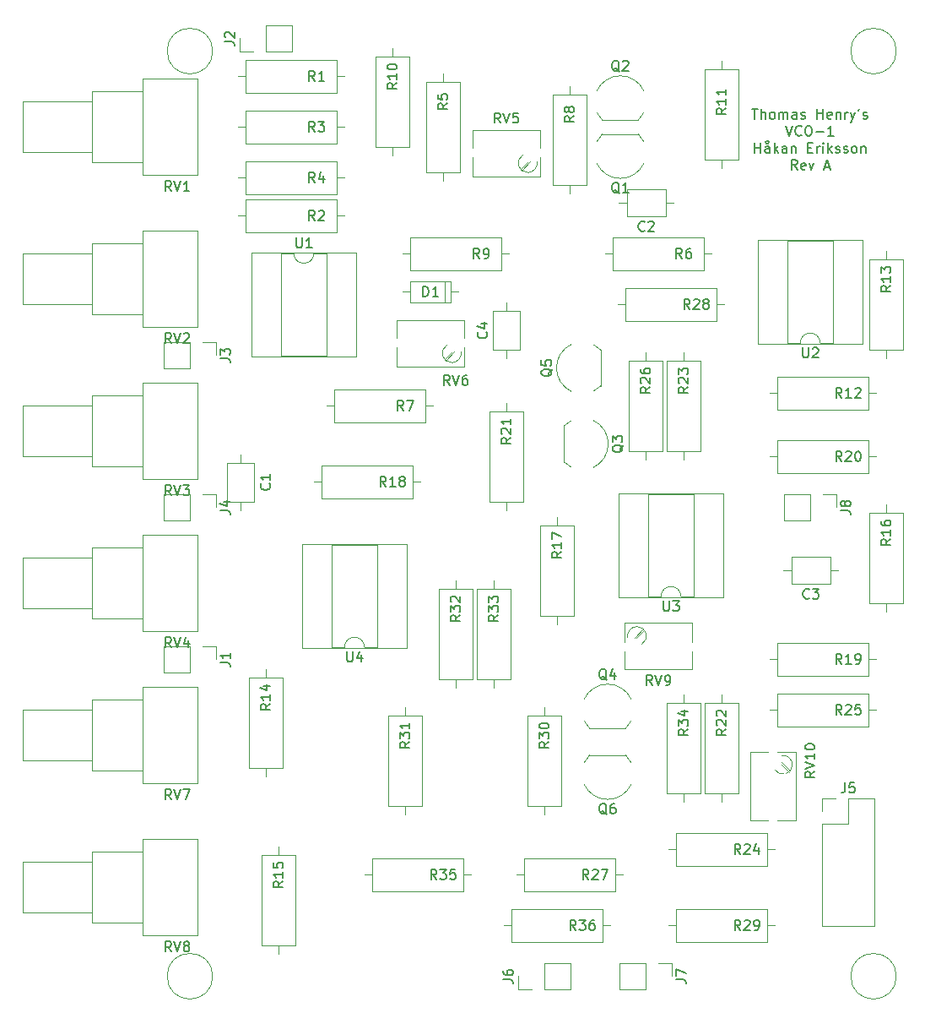
<source format=gto>
G04 #@! TF.FileFunction,Legend,Top*
%FSLAX46Y46*%
G04 Gerber Fmt 4.6, Leading zero omitted, Abs format (unit mm)*
G04 Created by KiCad (PCBNEW 4.0.7) date Monday 30 April 2018 23:43:25*
%MOMM*%
%LPD*%
G01*
G04 APERTURE LIST*
%ADD10C,0.100000*%
%ADD11C,0.200000*%
%ADD12C,0.120000*%
%ADD13C,0.150000*%
G04 APERTURE END LIST*
D10*
D11*
X196096666Y-36272381D02*
X196668095Y-36272381D01*
X196382380Y-37272381D02*
X196382380Y-36272381D01*
X197001428Y-37272381D02*
X197001428Y-36272381D01*
X197430000Y-37272381D02*
X197430000Y-36748571D01*
X197382381Y-36653333D01*
X197287143Y-36605714D01*
X197144285Y-36605714D01*
X197049047Y-36653333D01*
X197001428Y-36700952D01*
X198049047Y-37272381D02*
X197953809Y-37224762D01*
X197906190Y-37177143D01*
X197858571Y-37081905D01*
X197858571Y-36796190D01*
X197906190Y-36700952D01*
X197953809Y-36653333D01*
X198049047Y-36605714D01*
X198191905Y-36605714D01*
X198287143Y-36653333D01*
X198334762Y-36700952D01*
X198382381Y-36796190D01*
X198382381Y-37081905D01*
X198334762Y-37177143D01*
X198287143Y-37224762D01*
X198191905Y-37272381D01*
X198049047Y-37272381D01*
X198810952Y-37272381D02*
X198810952Y-36605714D01*
X198810952Y-36700952D02*
X198858571Y-36653333D01*
X198953809Y-36605714D01*
X199096667Y-36605714D01*
X199191905Y-36653333D01*
X199239524Y-36748571D01*
X199239524Y-37272381D01*
X199239524Y-36748571D02*
X199287143Y-36653333D01*
X199382381Y-36605714D01*
X199525238Y-36605714D01*
X199620476Y-36653333D01*
X199668095Y-36748571D01*
X199668095Y-37272381D01*
X200572857Y-37272381D02*
X200572857Y-36748571D01*
X200525238Y-36653333D01*
X200430000Y-36605714D01*
X200239523Y-36605714D01*
X200144285Y-36653333D01*
X200572857Y-37224762D02*
X200477619Y-37272381D01*
X200239523Y-37272381D01*
X200144285Y-37224762D01*
X200096666Y-37129524D01*
X200096666Y-37034286D01*
X200144285Y-36939048D01*
X200239523Y-36891429D01*
X200477619Y-36891429D01*
X200572857Y-36843810D01*
X201001428Y-37224762D02*
X201096666Y-37272381D01*
X201287142Y-37272381D01*
X201382381Y-37224762D01*
X201430000Y-37129524D01*
X201430000Y-37081905D01*
X201382381Y-36986667D01*
X201287142Y-36939048D01*
X201144285Y-36939048D01*
X201049047Y-36891429D01*
X201001428Y-36796190D01*
X201001428Y-36748571D01*
X201049047Y-36653333D01*
X201144285Y-36605714D01*
X201287142Y-36605714D01*
X201382381Y-36653333D01*
X202620476Y-37272381D02*
X202620476Y-36272381D01*
X202620476Y-36748571D02*
X203191905Y-36748571D01*
X203191905Y-37272381D02*
X203191905Y-36272381D01*
X204049048Y-37224762D02*
X203953810Y-37272381D01*
X203763333Y-37272381D01*
X203668095Y-37224762D01*
X203620476Y-37129524D01*
X203620476Y-36748571D01*
X203668095Y-36653333D01*
X203763333Y-36605714D01*
X203953810Y-36605714D01*
X204049048Y-36653333D01*
X204096667Y-36748571D01*
X204096667Y-36843810D01*
X203620476Y-36939048D01*
X204525238Y-36605714D02*
X204525238Y-37272381D01*
X204525238Y-36700952D02*
X204572857Y-36653333D01*
X204668095Y-36605714D01*
X204810953Y-36605714D01*
X204906191Y-36653333D01*
X204953810Y-36748571D01*
X204953810Y-37272381D01*
X205430000Y-37272381D02*
X205430000Y-36605714D01*
X205430000Y-36796190D02*
X205477619Y-36700952D01*
X205525238Y-36653333D01*
X205620476Y-36605714D01*
X205715715Y-36605714D01*
X205953810Y-36605714D02*
X206191905Y-37272381D01*
X206430001Y-36605714D02*
X206191905Y-37272381D01*
X206096667Y-37510476D01*
X206049048Y-37558095D01*
X205953810Y-37605714D01*
X206858572Y-36272381D02*
X206763334Y-36462857D01*
X207239524Y-37224762D02*
X207334762Y-37272381D01*
X207525238Y-37272381D01*
X207620477Y-37224762D01*
X207668096Y-37129524D01*
X207668096Y-37081905D01*
X207620477Y-36986667D01*
X207525238Y-36939048D01*
X207382381Y-36939048D01*
X207287143Y-36891429D01*
X207239524Y-36796190D01*
X207239524Y-36748571D01*
X207287143Y-36653333D01*
X207382381Y-36605714D01*
X207525238Y-36605714D01*
X207620477Y-36653333D01*
X199477619Y-37972381D02*
X199810952Y-38972381D01*
X200144286Y-37972381D01*
X201049048Y-38877143D02*
X201001429Y-38924762D01*
X200858572Y-38972381D01*
X200763334Y-38972381D01*
X200620476Y-38924762D01*
X200525238Y-38829524D01*
X200477619Y-38734286D01*
X200430000Y-38543810D01*
X200430000Y-38400952D01*
X200477619Y-38210476D01*
X200525238Y-38115238D01*
X200620476Y-38020000D01*
X200763334Y-37972381D01*
X200858572Y-37972381D01*
X201001429Y-38020000D01*
X201049048Y-38067619D01*
X201668095Y-37972381D02*
X201858572Y-37972381D01*
X201953810Y-38020000D01*
X202049048Y-38115238D01*
X202096667Y-38305714D01*
X202096667Y-38639048D01*
X202049048Y-38829524D01*
X201953810Y-38924762D01*
X201858572Y-38972381D01*
X201668095Y-38972381D01*
X201572857Y-38924762D01*
X201477619Y-38829524D01*
X201430000Y-38639048D01*
X201430000Y-38305714D01*
X201477619Y-38115238D01*
X201572857Y-38020000D01*
X201668095Y-37972381D01*
X202525238Y-38591429D02*
X203287143Y-38591429D01*
X204287143Y-38972381D02*
X203715714Y-38972381D01*
X204001428Y-38972381D02*
X204001428Y-37972381D01*
X203906190Y-38115238D01*
X203810952Y-38210476D01*
X203715714Y-38258095D01*
X196382380Y-40672381D02*
X196382380Y-39672381D01*
X196382380Y-40148571D02*
X196953809Y-40148571D01*
X196953809Y-40672381D02*
X196953809Y-39672381D01*
X197858571Y-40672381D02*
X197858571Y-40148571D01*
X197810952Y-40053333D01*
X197715714Y-40005714D01*
X197525237Y-40005714D01*
X197429999Y-40053333D01*
X197858571Y-40624762D02*
X197763333Y-40672381D01*
X197525237Y-40672381D01*
X197429999Y-40624762D01*
X197382380Y-40529524D01*
X197382380Y-40434286D01*
X197429999Y-40339048D01*
X197525237Y-40291429D01*
X197763333Y-40291429D01*
X197858571Y-40243810D01*
X197620475Y-39767619D02*
X197525237Y-39720000D01*
X197477618Y-39624762D01*
X197525237Y-39529524D01*
X197620475Y-39481905D01*
X197715714Y-39529524D01*
X197763333Y-39624762D01*
X197715714Y-39720000D01*
X197620475Y-39767619D01*
X198334761Y-40672381D02*
X198334761Y-39672381D01*
X198429999Y-40291429D02*
X198715714Y-40672381D01*
X198715714Y-40005714D02*
X198334761Y-40386667D01*
X199572857Y-40672381D02*
X199572857Y-40148571D01*
X199525238Y-40053333D01*
X199430000Y-40005714D01*
X199239523Y-40005714D01*
X199144285Y-40053333D01*
X199572857Y-40624762D02*
X199477619Y-40672381D01*
X199239523Y-40672381D01*
X199144285Y-40624762D01*
X199096666Y-40529524D01*
X199096666Y-40434286D01*
X199144285Y-40339048D01*
X199239523Y-40291429D01*
X199477619Y-40291429D01*
X199572857Y-40243810D01*
X200049047Y-40005714D02*
X200049047Y-40672381D01*
X200049047Y-40100952D02*
X200096666Y-40053333D01*
X200191904Y-40005714D01*
X200334762Y-40005714D01*
X200430000Y-40053333D01*
X200477619Y-40148571D01*
X200477619Y-40672381D01*
X201715714Y-40148571D02*
X202049048Y-40148571D01*
X202191905Y-40672381D02*
X201715714Y-40672381D01*
X201715714Y-39672381D01*
X202191905Y-39672381D01*
X202620476Y-40672381D02*
X202620476Y-40005714D01*
X202620476Y-40196190D02*
X202668095Y-40100952D01*
X202715714Y-40053333D01*
X202810952Y-40005714D01*
X202906191Y-40005714D01*
X203239524Y-40672381D02*
X203239524Y-40005714D01*
X203239524Y-39672381D02*
X203191905Y-39720000D01*
X203239524Y-39767619D01*
X203287143Y-39720000D01*
X203239524Y-39672381D01*
X203239524Y-39767619D01*
X203715714Y-40672381D02*
X203715714Y-39672381D01*
X203810952Y-40291429D02*
X204096667Y-40672381D01*
X204096667Y-40005714D02*
X203715714Y-40386667D01*
X204477619Y-40624762D02*
X204572857Y-40672381D01*
X204763333Y-40672381D01*
X204858572Y-40624762D01*
X204906191Y-40529524D01*
X204906191Y-40481905D01*
X204858572Y-40386667D01*
X204763333Y-40339048D01*
X204620476Y-40339048D01*
X204525238Y-40291429D01*
X204477619Y-40196190D01*
X204477619Y-40148571D01*
X204525238Y-40053333D01*
X204620476Y-40005714D01*
X204763333Y-40005714D01*
X204858572Y-40053333D01*
X205287143Y-40624762D02*
X205382381Y-40672381D01*
X205572857Y-40672381D01*
X205668096Y-40624762D01*
X205715715Y-40529524D01*
X205715715Y-40481905D01*
X205668096Y-40386667D01*
X205572857Y-40339048D01*
X205430000Y-40339048D01*
X205334762Y-40291429D01*
X205287143Y-40196190D01*
X205287143Y-40148571D01*
X205334762Y-40053333D01*
X205430000Y-40005714D01*
X205572857Y-40005714D01*
X205668096Y-40053333D01*
X206287143Y-40672381D02*
X206191905Y-40624762D01*
X206144286Y-40577143D01*
X206096667Y-40481905D01*
X206096667Y-40196190D01*
X206144286Y-40100952D01*
X206191905Y-40053333D01*
X206287143Y-40005714D01*
X206430001Y-40005714D01*
X206525239Y-40053333D01*
X206572858Y-40100952D01*
X206620477Y-40196190D01*
X206620477Y-40481905D01*
X206572858Y-40577143D01*
X206525239Y-40624762D01*
X206430001Y-40672381D01*
X206287143Y-40672381D01*
X207049048Y-40005714D02*
X207049048Y-40672381D01*
X207049048Y-40100952D02*
X207096667Y-40053333D01*
X207191905Y-40005714D01*
X207334763Y-40005714D01*
X207430001Y-40053333D01*
X207477620Y-40148571D01*
X207477620Y-40672381D01*
X200620476Y-42372381D02*
X200287142Y-41896190D01*
X200049047Y-42372381D02*
X200049047Y-41372381D01*
X200430000Y-41372381D01*
X200525238Y-41420000D01*
X200572857Y-41467619D01*
X200620476Y-41562857D01*
X200620476Y-41705714D01*
X200572857Y-41800952D01*
X200525238Y-41848571D01*
X200430000Y-41896190D01*
X200049047Y-41896190D01*
X201430000Y-42324762D02*
X201334762Y-42372381D01*
X201144285Y-42372381D01*
X201049047Y-42324762D01*
X201001428Y-42229524D01*
X201001428Y-41848571D01*
X201049047Y-41753333D01*
X201144285Y-41705714D01*
X201334762Y-41705714D01*
X201430000Y-41753333D01*
X201477619Y-41848571D01*
X201477619Y-41943810D01*
X201001428Y-42039048D01*
X201810952Y-41705714D02*
X202049047Y-42372381D01*
X202287143Y-41705714D01*
X203382381Y-42086667D02*
X203858572Y-42086667D01*
X203287143Y-42372381D02*
X203620476Y-41372381D01*
X203953810Y-42372381D01*
D12*
X140441000Y-73350000D02*
X134920000Y-73350000D01*
X140441000Y-63730000D02*
X134920000Y-63730000D01*
X140441000Y-73350000D02*
X140441000Y-63730000D01*
X134920000Y-73350000D02*
X134920000Y-63730000D01*
X134920000Y-72100000D02*
X129920000Y-72100000D01*
X134920000Y-64980000D02*
X129920000Y-64980000D01*
X134920000Y-72100000D02*
X134920000Y-64980000D01*
X129920000Y-72100000D02*
X129920000Y-64980000D01*
X129920000Y-71100000D02*
X122920000Y-71100000D01*
X129920000Y-65980000D02*
X122920000Y-65980000D01*
X129920000Y-71100000D02*
X129920000Y-65980000D01*
X122920000Y-71100000D02*
X122920000Y-65980000D01*
X155210000Y-90230000D02*
G75*
G02X157210000Y-90230000I1000000J0D01*
G01*
X157210000Y-90230000D02*
X158460000Y-90230000D01*
X158460000Y-90230000D02*
X158460000Y-79950000D01*
X158460000Y-79950000D02*
X153960000Y-79950000D01*
X153960000Y-79950000D02*
X153960000Y-90230000D01*
X153960000Y-90230000D02*
X155210000Y-90230000D01*
X161460000Y-90290000D02*
X161460000Y-79890000D01*
X161460000Y-79890000D02*
X150960000Y-79890000D01*
X150960000Y-79890000D02*
X150960000Y-90290000D01*
X150960000Y-90290000D02*
X161460000Y-90290000D01*
X143420000Y-75680000D02*
X146140000Y-75680000D01*
X146140000Y-75680000D02*
X146140000Y-71760000D01*
X146140000Y-71760000D02*
X143420000Y-71760000D01*
X143420000Y-71760000D02*
X143420000Y-75680000D01*
X144780000Y-76490000D02*
X144780000Y-75680000D01*
X144780000Y-70950000D02*
X144780000Y-71760000D01*
X187440000Y-47080000D02*
X187440000Y-44360000D01*
X187440000Y-44360000D02*
X183520000Y-44360000D01*
X183520000Y-44360000D02*
X183520000Y-47080000D01*
X183520000Y-47080000D02*
X187440000Y-47080000D01*
X188250000Y-45720000D02*
X187440000Y-45720000D01*
X182710000Y-45720000D02*
X183520000Y-45720000D01*
X203950000Y-83910000D02*
X203950000Y-81190000D01*
X203950000Y-81190000D02*
X200030000Y-81190000D01*
X200030000Y-81190000D02*
X200030000Y-83910000D01*
X200030000Y-83910000D02*
X203950000Y-83910000D01*
X204760000Y-82550000D02*
X203950000Y-82550000D01*
X199220000Y-82550000D02*
X200030000Y-82550000D01*
X170090000Y-60440000D02*
X172810000Y-60440000D01*
X172810000Y-60440000D02*
X172810000Y-56520000D01*
X172810000Y-56520000D02*
X170090000Y-56520000D01*
X170090000Y-56520000D02*
X170090000Y-60440000D01*
X171450000Y-61250000D02*
X171450000Y-60440000D01*
X171450000Y-55710000D02*
X171450000Y-56520000D01*
X165890000Y-55670000D02*
X165890000Y-53550000D01*
X165890000Y-53550000D02*
X161770000Y-53550000D01*
X161770000Y-53550000D02*
X161770000Y-55670000D01*
X161770000Y-55670000D02*
X165890000Y-55670000D01*
X166660000Y-54610000D02*
X165890000Y-54610000D01*
X161000000Y-54610000D02*
X161770000Y-54610000D01*
X165230000Y-55670000D02*
X165230000Y-53550000D01*
X137100000Y-90110000D02*
X137100000Y-92770000D01*
X139700000Y-90110000D02*
X137100000Y-90110000D01*
X139700000Y-92770000D02*
X137100000Y-92770000D01*
X139700000Y-90110000D02*
X139700000Y-92770000D01*
X140970000Y-90110000D02*
X142300000Y-90110000D01*
X142300000Y-90110000D02*
X142300000Y-91440000D01*
X149920000Y-30540000D02*
X149920000Y-27880000D01*
X147320000Y-30540000D02*
X149920000Y-30540000D01*
X147320000Y-27880000D02*
X149920000Y-27880000D01*
X147320000Y-30540000D02*
X147320000Y-27880000D01*
X146050000Y-30540000D02*
X144720000Y-30540000D01*
X144720000Y-30540000D02*
X144720000Y-29210000D01*
X137100000Y-59630000D02*
X137100000Y-62290000D01*
X139700000Y-59630000D02*
X137100000Y-59630000D01*
X139700000Y-62290000D02*
X137100000Y-62290000D01*
X139700000Y-59630000D02*
X139700000Y-62290000D01*
X140970000Y-59630000D02*
X142300000Y-59630000D01*
X142300000Y-59630000D02*
X142300000Y-60960000D01*
X137100000Y-74870000D02*
X137100000Y-77530000D01*
X139700000Y-74870000D02*
X137100000Y-74870000D01*
X139700000Y-77530000D02*
X137100000Y-77530000D01*
X139700000Y-74870000D02*
X139700000Y-77530000D01*
X140970000Y-74870000D02*
X142300000Y-74870000D01*
X142300000Y-74870000D02*
X142300000Y-76200000D01*
X203140000Y-118170000D02*
X208340000Y-118170000D01*
X203140000Y-107950000D02*
X203140000Y-118170000D01*
X208340000Y-105350000D02*
X208340000Y-118170000D01*
X203140000Y-107950000D02*
X205740000Y-107950000D01*
X205740000Y-107950000D02*
X205740000Y-105350000D01*
X205740000Y-105350000D02*
X208340000Y-105350000D01*
X203140000Y-106680000D02*
X203140000Y-105350000D01*
X203140000Y-105350000D02*
X204470000Y-105350000D01*
X177860000Y-124520000D02*
X177860000Y-121860000D01*
X175260000Y-124520000D02*
X177860000Y-124520000D01*
X175260000Y-121860000D02*
X177860000Y-121860000D01*
X175260000Y-124520000D02*
X175260000Y-121860000D01*
X173990000Y-124520000D02*
X172660000Y-124520000D01*
X172660000Y-124520000D02*
X172660000Y-123190000D01*
X182820000Y-121860000D02*
X182820000Y-124520000D01*
X185420000Y-121860000D02*
X182820000Y-121860000D01*
X185420000Y-124520000D02*
X182820000Y-124520000D01*
X185420000Y-121860000D02*
X185420000Y-124520000D01*
X186690000Y-121860000D02*
X188020000Y-121860000D01*
X188020000Y-121860000D02*
X188020000Y-123190000D01*
X199330000Y-74870000D02*
X199330000Y-77530000D01*
X201930000Y-74870000D02*
X199330000Y-74870000D01*
X201930000Y-77530000D02*
X199330000Y-77530000D01*
X201930000Y-74870000D02*
X201930000Y-77530000D01*
X203200000Y-74870000D02*
X204530000Y-74870000D01*
X204530000Y-74870000D02*
X204530000Y-76200000D01*
X184680000Y-38790000D02*
X181080000Y-38790000D01*
X185204184Y-39517205D02*
G75*
G03X184680000Y-38790000I-2324184J-1122795D01*
G01*
X185236400Y-41738807D02*
G75*
G02X182880000Y-43240000I-2356400J1098807D01*
G01*
X180523600Y-41738807D02*
G75*
G03X182880000Y-43240000I2356400J1098807D01*
G01*
X180555816Y-39517205D02*
G75*
G02X181080000Y-38790000I2324184J-1122795D01*
G01*
X181080000Y-37410000D02*
X184680000Y-37410000D01*
X180555816Y-36682795D02*
G75*
G03X181080000Y-37410000I2324184J1122795D01*
G01*
X180523600Y-34461193D02*
G75*
G02X182880000Y-32960000I2356400J-1098807D01*
G01*
X185236400Y-34461193D02*
G75*
G03X182880000Y-32960000I-2356400J-1098807D01*
G01*
X185204184Y-36682795D02*
G75*
G02X184680000Y-37410000I-2324184J1122795D01*
G01*
X177220000Y-68050000D02*
X177220000Y-71650000D01*
X177947205Y-67525816D02*
G75*
G03X177220000Y-68050000I1122795J-2324184D01*
G01*
X180168807Y-67493600D02*
G75*
G02X181670000Y-69850000I-1098807J-2356400D01*
G01*
X180168807Y-72206400D02*
G75*
G03X181670000Y-69850000I-1098807J2356400D01*
G01*
X177947205Y-72174184D02*
G75*
G02X177220000Y-71650000I1122795J2324184D01*
G01*
X179810000Y-98370000D02*
X183410000Y-98370000D01*
X179285816Y-97642795D02*
G75*
G03X179810000Y-98370000I2324184J1122795D01*
G01*
X179253600Y-95421193D02*
G75*
G02X181610000Y-93920000I2356400J-1098807D01*
G01*
X183966400Y-95421193D02*
G75*
G03X181610000Y-93920000I-2356400J-1098807D01*
G01*
X183934184Y-97642795D02*
G75*
G02X183410000Y-98370000I-2324184J1122795D01*
G01*
X180920000Y-64030000D02*
X180920000Y-60430000D01*
X180192795Y-64554184D02*
G75*
G03X180920000Y-64030000I-1122795J2324184D01*
G01*
X177971193Y-64586400D02*
G75*
G02X176470000Y-62230000I1098807J2356400D01*
G01*
X177971193Y-59873600D02*
G75*
G03X176470000Y-62230000I1098807J-2356400D01*
G01*
X180192795Y-59905816D02*
G75*
G02X180920000Y-60430000I-1122795J-2324184D01*
G01*
X183410000Y-101020000D02*
X179810000Y-101020000D01*
X183934184Y-101747205D02*
G75*
G03X183410000Y-101020000I-2324184J-1122795D01*
G01*
X183966400Y-103968807D02*
G75*
G02X181610000Y-105470000I-2356400J1098807D01*
G01*
X179253600Y-103968807D02*
G75*
G03X181610000Y-105470000I2356400J1098807D01*
G01*
X179285816Y-101747205D02*
G75*
G02X179810000Y-101020000I2324184J-1122795D01*
G01*
X154420000Y-34680000D02*
X154420000Y-31360000D01*
X154420000Y-31360000D02*
X145300000Y-31360000D01*
X145300000Y-31360000D02*
X145300000Y-34680000D01*
X145300000Y-34680000D02*
X154420000Y-34680000D01*
X155230000Y-33020000D02*
X154420000Y-33020000D01*
X144490000Y-33020000D02*
X145300000Y-33020000D01*
X154420000Y-48650000D02*
X154420000Y-45330000D01*
X154420000Y-45330000D02*
X145300000Y-45330000D01*
X145300000Y-45330000D02*
X145300000Y-48650000D01*
X145300000Y-48650000D02*
X154420000Y-48650000D01*
X155230000Y-46990000D02*
X154420000Y-46990000D01*
X144490000Y-46990000D02*
X145300000Y-46990000D01*
X154420000Y-39760000D02*
X154420000Y-36440000D01*
X154420000Y-36440000D02*
X145300000Y-36440000D01*
X145300000Y-36440000D02*
X145300000Y-39760000D01*
X145300000Y-39760000D02*
X154420000Y-39760000D01*
X155230000Y-38100000D02*
X154420000Y-38100000D01*
X144490000Y-38100000D02*
X145300000Y-38100000D01*
X154420000Y-44840000D02*
X154420000Y-41520000D01*
X154420000Y-41520000D02*
X145300000Y-41520000D01*
X145300000Y-41520000D02*
X145300000Y-44840000D01*
X145300000Y-44840000D02*
X154420000Y-44840000D01*
X155230000Y-43180000D02*
X154420000Y-43180000D01*
X144490000Y-43180000D02*
X145300000Y-43180000D01*
X163440000Y-42660000D02*
X166760000Y-42660000D01*
X166760000Y-42660000D02*
X166760000Y-33540000D01*
X166760000Y-33540000D02*
X163440000Y-33540000D01*
X163440000Y-33540000D02*
X163440000Y-42660000D01*
X165100000Y-43470000D02*
X165100000Y-42660000D01*
X165100000Y-32730000D02*
X165100000Y-33540000D01*
X182130000Y-49140000D02*
X182130000Y-52460000D01*
X182130000Y-52460000D02*
X191250000Y-52460000D01*
X191250000Y-52460000D02*
X191250000Y-49140000D01*
X191250000Y-49140000D02*
X182130000Y-49140000D01*
X181320000Y-50800000D02*
X182130000Y-50800000D01*
X192060000Y-50800000D02*
X191250000Y-50800000D01*
X163310000Y-67700000D02*
X163310000Y-64380000D01*
X163310000Y-64380000D02*
X154190000Y-64380000D01*
X154190000Y-64380000D02*
X154190000Y-67700000D01*
X154190000Y-67700000D02*
X163310000Y-67700000D01*
X164120000Y-66040000D02*
X163310000Y-66040000D01*
X153380000Y-66040000D02*
X154190000Y-66040000D01*
X176140000Y-43930000D02*
X179460000Y-43930000D01*
X179460000Y-43930000D02*
X179460000Y-34810000D01*
X179460000Y-34810000D02*
X176140000Y-34810000D01*
X176140000Y-34810000D02*
X176140000Y-43930000D01*
X177800000Y-44740000D02*
X177800000Y-43930000D01*
X177800000Y-34000000D02*
X177800000Y-34810000D01*
X161810000Y-49140000D02*
X161810000Y-52460000D01*
X161810000Y-52460000D02*
X170930000Y-52460000D01*
X170930000Y-52460000D02*
X170930000Y-49140000D01*
X170930000Y-49140000D02*
X161810000Y-49140000D01*
X161000000Y-50800000D02*
X161810000Y-50800000D01*
X171740000Y-50800000D02*
X170930000Y-50800000D01*
X158360000Y-40120000D02*
X161680000Y-40120000D01*
X161680000Y-40120000D02*
X161680000Y-31000000D01*
X161680000Y-31000000D02*
X158360000Y-31000000D01*
X158360000Y-31000000D02*
X158360000Y-40120000D01*
X160020000Y-40930000D02*
X160020000Y-40120000D01*
X160020000Y-30190000D02*
X160020000Y-31000000D01*
X194700000Y-32270000D02*
X191380000Y-32270000D01*
X191380000Y-32270000D02*
X191380000Y-41390000D01*
X191380000Y-41390000D02*
X194700000Y-41390000D01*
X194700000Y-41390000D02*
X194700000Y-32270000D01*
X193040000Y-31460000D02*
X193040000Y-32270000D01*
X193040000Y-42200000D02*
X193040000Y-41390000D01*
X198640000Y-63110000D02*
X198640000Y-66430000D01*
X198640000Y-66430000D02*
X207760000Y-66430000D01*
X207760000Y-66430000D02*
X207760000Y-63110000D01*
X207760000Y-63110000D02*
X198640000Y-63110000D01*
X197830000Y-64770000D02*
X198640000Y-64770000D01*
X208570000Y-64770000D02*
X207760000Y-64770000D01*
X207890000Y-60440000D02*
X211210000Y-60440000D01*
X211210000Y-60440000D02*
X211210000Y-51320000D01*
X211210000Y-51320000D02*
X207890000Y-51320000D01*
X207890000Y-51320000D02*
X207890000Y-60440000D01*
X209550000Y-61250000D02*
X209550000Y-60440000D01*
X209550000Y-50510000D02*
X209550000Y-51320000D01*
X145660000Y-102350000D02*
X148980000Y-102350000D01*
X148980000Y-102350000D02*
X148980000Y-93230000D01*
X148980000Y-93230000D02*
X145660000Y-93230000D01*
X145660000Y-93230000D02*
X145660000Y-102350000D01*
X147320000Y-103160000D02*
X147320000Y-102350000D01*
X147320000Y-92420000D02*
X147320000Y-93230000D01*
X150250000Y-111010000D02*
X146930000Y-111010000D01*
X146930000Y-111010000D02*
X146930000Y-120130000D01*
X146930000Y-120130000D02*
X150250000Y-120130000D01*
X150250000Y-120130000D02*
X150250000Y-111010000D01*
X148590000Y-110200000D02*
X148590000Y-111010000D01*
X148590000Y-120940000D02*
X148590000Y-120130000D01*
X211210000Y-76720000D02*
X207890000Y-76720000D01*
X207890000Y-76720000D02*
X207890000Y-85840000D01*
X207890000Y-85840000D02*
X211210000Y-85840000D01*
X211210000Y-85840000D02*
X211210000Y-76720000D01*
X209550000Y-75910000D02*
X209550000Y-76720000D01*
X209550000Y-86650000D02*
X209550000Y-85840000D01*
X178190000Y-77990000D02*
X174870000Y-77990000D01*
X174870000Y-77990000D02*
X174870000Y-87110000D01*
X174870000Y-87110000D02*
X178190000Y-87110000D01*
X178190000Y-87110000D02*
X178190000Y-77990000D01*
X176530000Y-77180000D02*
X176530000Y-77990000D01*
X176530000Y-87920000D02*
X176530000Y-87110000D01*
X152920000Y-72000000D02*
X152920000Y-75320000D01*
X152920000Y-75320000D02*
X162040000Y-75320000D01*
X162040000Y-75320000D02*
X162040000Y-72000000D01*
X162040000Y-72000000D02*
X152920000Y-72000000D01*
X152110000Y-73660000D02*
X152920000Y-73660000D01*
X162850000Y-73660000D02*
X162040000Y-73660000D01*
X198640000Y-89780000D02*
X198640000Y-93100000D01*
X198640000Y-93100000D02*
X207760000Y-93100000D01*
X207760000Y-93100000D02*
X207760000Y-89780000D01*
X207760000Y-89780000D02*
X198640000Y-89780000D01*
X197830000Y-91440000D02*
X198640000Y-91440000D01*
X208570000Y-91440000D02*
X207760000Y-91440000D01*
X207760000Y-72780000D02*
X207760000Y-69460000D01*
X207760000Y-69460000D02*
X198640000Y-69460000D01*
X198640000Y-69460000D02*
X198640000Y-72780000D01*
X198640000Y-72780000D02*
X207760000Y-72780000D01*
X208570000Y-71120000D02*
X207760000Y-71120000D01*
X197830000Y-71120000D02*
X198640000Y-71120000D01*
X173110000Y-66560000D02*
X169790000Y-66560000D01*
X169790000Y-66560000D02*
X169790000Y-75680000D01*
X169790000Y-75680000D02*
X173110000Y-75680000D01*
X173110000Y-75680000D02*
X173110000Y-66560000D01*
X171450000Y-65750000D02*
X171450000Y-66560000D01*
X171450000Y-76490000D02*
X171450000Y-75680000D01*
X191380000Y-104890000D02*
X194700000Y-104890000D01*
X194700000Y-104890000D02*
X194700000Y-95770000D01*
X194700000Y-95770000D02*
X191380000Y-95770000D01*
X191380000Y-95770000D02*
X191380000Y-104890000D01*
X193040000Y-105700000D02*
X193040000Y-104890000D01*
X193040000Y-94960000D02*
X193040000Y-95770000D01*
X190890000Y-61480000D02*
X187570000Y-61480000D01*
X187570000Y-61480000D02*
X187570000Y-70600000D01*
X187570000Y-70600000D02*
X190890000Y-70600000D01*
X190890000Y-70600000D02*
X190890000Y-61480000D01*
X189230000Y-60670000D02*
X189230000Y-61480000D01*
X189230000Y-71410000D02*
X189230000Y-70600000D01*
X197600000Y-112150000D02*
X197600000Y-108830000D01*
X197600000Y-108830000D02*
X188480000Y-108830000D01*
X188480000Y-108830000D02*
X188480000Y-112150000D01*
X188480000Y-112150000D02*
X197600000Y-112150000D01*
X198410000Y-110490000D02*
X197600000Y-110490000D01*
X187670000Y-110490000D02*
X188480000Y-110490000D01*
X198640000Y-94860000D02*
X198640000Y-98180000D01*
X198640000Y-98180000D02*
X207760000Y-98180000D01*
X207760000Y-98180000D02*
X207760000Y-94860000D01*
X207760000Y-94860000D02*
X198640000Y-94860000D01*
X197830000Y-96520000D02*
X198640000Y-96520000D01*
X208570000Y-96520000D02*
X207760000Y-96520000D01*
X187080000Y-61480000D02*
X183760000Y-61480000D01*
X183760000Y-61480000D02*
X183760000Y-70600000D01*
X183760000Y-70600000D02*
X187080000Y-70600000D01*
X187080000Y-70600000D02*
X187080000Y-61480000D01*
X185420000Y-60670000D02*
X185420000Y-61480000D01*
X185420000Y-71410000D02*
X185420000Y-70600000D01*
X182360000Y-114690000D02*
X182360000Y-111370000D01*
X182360000Y-111370000D02*
X173240000Y-111370000D01*
X173240000Y-111370000D02*
X173240000Y-114690000D01*
X173240000Y-114690000D02*
X182360000Y-114690000D01*
X183170000Y-113030000D02*
X182360000Y-113030000D01*
X172430000Y-113030000D02*
X173240000Y-113030000D01*
X192520000Y-57540000D02*
X192520000Y-54220000D01*
X192520000Y-54220000D02*
X183400000Y-54220000D01*
X183400000Y-54220000D02*
X183400000Y-57540000D01*
X183400000Y-57540000D02*
X192520000Y-57540000D01*
X193330000Y-55880000D02*
X192520000Y-55880000D01*
X182590000Y-55880000D02*
X183400000Y-55880000D01*
X188480000Y-116450000D02*
X188480000Y-119770000D01*
X188480000Y-119770000D02*
X197600000Y-119770000D01*
X197600000Y-119770000D02*
X197600000Y-116450000D01*
X197600000Y-116450000D02*
X188480000Y-116450000D01*
X187670000Y-118110000D02*
X188480000Y-118110000D01*
X198410000Y-118110000D02*
X197600000Y-118110000D01*
X176920000Y-97040000D02*
X173600000Y-97040000D01*
X173600000Y-97040000D02*
X173600000Y-106160000D01*
X173600000Y-106160000D02*
X176920000Y-106160000D01*
X176920000Y-106160000D02*
X176920000Y-97040000D01*
X175260000Y-96230000D02*
X175260000Y-97040000D01*
X175260000Y-106970000D02*
X175260000Y-106160000D01*
X159630000Y-106160000D02*
X162950000Y-106160000D01*
X162950000Y-106160000D02*
X162950000Y-97040000D01*
X162950000Y-97040000D02*
X159630000Y-97040000D01*
X159630000Y-97040000D02*
X159630000Y-106160000D01*
X161290000Y-106970000D02*
X161290000Y-106160000D01*
X161290000Y-96230000D02*
X161290000Y-97040000D01*
X168030000Y-84340000D02*
X164710000Y-84340000D01*
X164710000Y-84340000D02*
X164710000Y-93460000D01*
X164710000Y-93460000D02*
X168030000Y-93460000D01*
X168030000Y-93460000D02*
X168030000Y-84340000D01*
X166370000Y-83530000D02*
X166370000Y-84340000D01*
X166370000Y-94270000D02*
X166370000Y-93460000D01*
X171840000Y-84340000D02*
X168520000Y-84340000D01*
X168520000Y-84340000D02*
X168520000Y-93460000D01*
X168520000Y-93460000D02*
X171840000Y-93460000D01*
X171840000Y-93460000D02*
X171840000Y-84340000D01*
X170180000Y-83530000D02*
X170180000Y-84340000D01*
X170180000Y-94270000D02*
X170180000Y-93460000D01*
X187570000Y-104890000D02*
X190890000Y-104890000D01*
X190890000Y-104890000D02*
X190890000Y-95770000D01*
X190890000Y-95770000D02*
X187570000Y-95770000D01*
X187570000Y-95770000D02*
X187570000Y-104890000D01*
X189230000Y-105700000D02*
X189230000Y-104890000D01*
X189230000Y-94960000D02*
X189230000Y-95770000D01*
X167120000Y-114690000D02*
X167120000Y-111370000D01*
X167120000Y-111370000D02*
X158000000Y-111370000D01*
X158000000Y-111370000D02*
X158000000Y-114690000D01*
X158000000Y-114690000D02*
X167120000Y-114690000D01*
X167930000Y-113030000D02*
X167120000Y-113030000D01*
X157190000Y-113030000D02*
X158000000Y-113030000D01*
X181090000Y-119770000D02*
X181090000Y-116450000D01*
X181090000Y-116450000D02*
X171970000Y-116450000D01*
X171970000Y-116450000D02*
X171970000Y-119770000D01*
X171970000Y-119770000D02*
X181090000Y-119770000D01*
X181900000Y-118110000D02*
X181090000Y-118110000D01*
X171160000Y-118110000D02*
X171970000Y-118110000D01*
X140441000Y-42870000D02*
X134920000Y-42870000D01*
X140441000Y-33250000D02*
X134920000Y-33250000D01*
X140441000Y-42870000D02*
X140441000Y-33250000D01*
X134920000Y-42870000D02*
X134920000Y-33250000D01*
X134920000Y-41620000D02*
X129920000Y-41620000D01*
X134920000Y-34500000D02*
X129920000Y-34500000D01*
X134920000Y-41620000D02*
X134920000Y-34500000D01*
X129920000Y-41620000D02*
X129920000Y-34500000D01*
X129920000Y-40620000D02*
X122920000Y-40620000D01*
X129920000Y-35500000D02*
X122920000Y-35500000D01*
X129920000Y-40620000D02*
X129920000Y-35500000D01*
X122920000Y-40620000D02*
X122920000Y-35500000D01*
X140441000Y-58110000D02*
X134920000Y-58110000D01*
X140441000Y-48490000D02*
X134920000Y-48490000D01*
X140441000Y-58110000D02*
X140441000Y-48490000D01*
X134920000Y-58110000D02*
X134920000Y-48490000D01*
X134920000Y-56860000D02*
X129920000Y-56860000D01*
X134920000Y-49740000D02*
X129920000Y-49740000D01*
X134920000Y-56860000D02*
X134920000Y-49740000D01*
X129920000Y-56860000D02*
X129920000Y-49740000D01*
X129920000Y-55860000D02*
X122920000Y-55860000D01*
X129920000Y-50740000D02*
X122920000Y-50740000D01*
X129920000Y-55860000D02*
X129920000Y-50740000D01*
X122920000Y-55860000D02*
X122920000Y-50740000D01*
X140441000Y-88590000D02*
X134920000Y-88590000D01*
X140441000Y-78970000D02*
X134920000Y-78970000D01*
X140441000Y-88590000D02*
X140441000Y-78970000D01*
X134920000Y-88590000D02*
X134920000Y-78970000D01*
X134920000Y-87340000D02*
X129920000Y-87340000D01*
X134920000Y-80220000D02*
X129920000Y-80220000D01*
X134920000Y-87340000D02*
X134920000Y-80220000D01*
X129920000Y-87340000D02*
X129920000Y-80220000D01*
X129920000Y-86340000D02*
X122920000Y-86340000D01*
X129920000Y-81220000D02*
X122920000Y-81220000D01*
X129920000Y-86340000D02*
X129920000Y-81220000D01*
X122920000Y-86340000D02*
X122920000Y-81220000D01*
X174520567Y-41545034D02*
G75*
G02X173585000Y-42660000I-935567J-164966D01*
G01*
X173601056Y-42658737D02*
G75*
G02X173111000Y-40888000I-16056J948737D01*
G01*
X168035000Y-38420000D02*
X174865000Y-38420000D01*
X168035000Y-43040000D02*
X174865000Y-43040000D01*
X168035000Y-38420000D02*
X168035000Y-40175000D01*
X168035000Y-41106000D02*
X168035000Y-43040000D01*
X174865000Y-38420000D02*
X174865000Y-40175000D01*
X174865000Y-41106000D02*
X174865000Y-43040000D01*
X173855000Y-41556000D02*
X172981000Y-42431000D01*
X173620000Y-41560000D02*
X172865000Y-42315000D01*
X166900567Y-60595034D02*
G75*
G02X165965000Y-61710000I-935567J-164966D01*
G01*
X165981056Y-61708737D02*
G75*
G02X165491000Y-59938000I-16056J948737D01*
G01*
X160415000Y-57470000D02*
X167245000Y-57470000D01*
X160415000Y-62090000D02*
X167245000Y-62090000D01*
X160415000Y-57470000D02*
X160415000Y-59225000D01*
X160415000Y-60156000D02*
X160415000Y-62090000D01*
X167245000Y-57470000D02*
X167245000Y-59225000D01*
X167245000Y-60156000D02*
X167245000Y-62090000D01*
X166235000Y-60606000D02*
X165361000Y-61481000D01*
X166000000Y-60610000D02*
X165245000Y-61365000D01*
X140441000Y-103830000D02*
X134920000Y-103830000D01*
X140441000Y-94210000D02*
X134920000Y-94210000D01*
X140441000Y-103830000D02*
X140441000Y-94210000D01*
X134920000Y-103830000D02*
X134920000Y-94210000D01*
X134920000Y-102580000D02*
X129920000Y-102580000D01*
X134920000Y-95460000D02*
X129920000Y-95460000D01*
X134920000Y-102580000D02*
X134920000Y-95460000D01*
X129920000Y-102580000D02*
X129920000Y-95460000D01*
X129920000Y-101580000D02*
X122920000Y-101580000D01*
X129920000Y-96460000D02*
X122920000Y-96460000D01*
X129920000Y-101580000D02*
X129920000Y-96460000D01*
X122920000Y-101580000D02*
X122920000Y-96460000D01*
X140441000Y-119070000D02*
X134920000Y-119070000D01*
X140441000Y-109450000D02*
X134920000Y-109450000D01*
X140441000Y-119070000D02*
X140441000Y-109450000D01*
X134920000Y-119070000D02*
X134920000Y-109450000D01*
X134920000Y-117820000D02*
X129920000Y-117820000D01*
X134920000Y-110700000D02*
X129920000Y-110700000D01*
X134920000Y-117820000D02*
X134920000Y-110700000D01*
X129920000Y-117820000D02*
X129920000Y-110700000D01*
X129920000Y-116820000D02*
X122920000Y-116820000D01*
X129920000Y-111700000D02*
X122920000Y-111700000D01*
X129920000Y-116820000D02*
X129920000Y-111700000D01*
X122920000Y-116820000D02*
X122920000Y-111700000D01*
X183619433Y-89264966D02*
G75*
G02X184555000Y-88150000I935567J164966D01*
G01*
X184538944Y-88151263D02*
G75*
G02X185029000Y-89922000I16056J-948737D01*
G01*
X190105000Y-92390000D02*
X183275000Y-92390000D01*
X190105000Y-87770000D02*
X183275000Y-87770000D01*
X190105000Y-92390000D02*
X190105000Y-90635000D01*
X190105000Y-89704000D02*
X190105000Y-87770000D01*
X183275000Y-92390000D02*
X183275000Y-90635000D01*
X183275000Y-89704000D02*
X183275000Y-87770000D01*
X184285000Y-89254000D02*
X185159000Y-88379000D01*
X184520000Y-89250000D02*
X185275000Y-88495000D01*
X199025034Y-101069433D02*
G75*
G02X200140000Y-102005000I164966J-935567D01*
G01*
X200138737Y-101988944D02*
G75*
G02X198368000Y-102479000I-948737J-16056D01*
G01*
X195900000Y-107555000D02*
X195900000Y-100725000D01*
X200520000Y-107555000D02*
X200520000Y-100725000D01*
X195900000Y-107555000D02*
X197655000Y-107555000D01*
X198586000Y-107555000D02*
X200520000Y-107555000D01*
X195900000Y-100725000D02*
X197655000Y-100725000D01*
X198586000Y-100725000D02*
X200520000Y-100725000D01*
X199036000Y-101735000D02*
X199911000Y-102609000D01*
X199040000Y-101970000D02*
X199795000Y-102725000D01*
X152130000Y-50740000D02*
G75*
G02X150130000Y-50740000I-1000000J0D01*
G01*
X150130000Y-50740000D02*
X148880000Y-50740000D01*
X148880000Y-50740000D02*
X148880000Y-61020000D01*
X148880000Y-61020000D02*
X153380000Y-61020000D01*
X153380000Y-61020000D02*
X153380000Y-50740000D01*
X153380000Y-50740000D02*
X152130000Y-50740000D01*
X145880000Y-50680000D02*
X145880000Y-61080000D01*
X145880000Y-61080000D02*
X156380000Y-61080000D01*
X156380000Y-61080000D02*
X156380000Y-50680000D01*
X156380000Y-50680000D02*
X145880000Y-50680000D01*
X200930000Y-59750000D02*
G75*
G02X202930000Y-59750000I1000000J0D01*
G01*
X202930000Y-59750000D02*
X204180000Y-59750000D01*
X204180000Y-59750000D02*
X204180000Y-49470000D01*
X204180000Y-49470000D02*
X199680000Y-49470000D01*
X199680000Y-49470000D02*
X199680000Y-59750000D01*
X199680000Y-59750000D02*
X200930000Y-59750000D01*
X207180000Y-59810000D02*
X207180000Y-49410000D01*
X207180000Y-49410000D02*
X196680000Y-49410000D01*
X196680000Y-49410000D02*
X196680000Y-59810000D01*
X196680000Y-59810000D02*
X207180000Y-59810000D01*
X186960000Y-85150000D02*
G75*
G02X188960000Y-85150000I1000000J0D01*
G01*
X188960000Y-85150000D02*
X190210000Y-85150000D01*
X190210000Y-85150000D02*
X190210000Y-74870000D01*
X190210000Y-74870000D02*
X185710000Y-74870000D01*
X185710000Y-74870000D02*
X185710000Y-85150000D01*
X185710000Y-85150000D02*
X186960000Y-85150000D01*
X193210000Y-85210000D02*
X193210000Y-74810000D01*
X193210000Y-74810000D02*
X182710000Y-74810000D01*
X182710000Y-74810000D02*
X182710000Y-85210000D01*
X182710000Y-85210000D02*
X193210000Y-85210000D01*
X141986000Y-123190000D02*
G75*
G03X141986000Y-123190000I-2286000J0D01*
G01*
X141986000Y-30480000D02*
G75*
G03X141986000Y-30480000I-2286000J0D01*
G01*
X210566000Y-30480000D02*
G75*
G03X210566000Y-30480000I-2286000J0D01*
G01*
X210566000Y-123190000D02*
G75*
G03X210566000Y-123190000I-2286000J0D01*
G01*
D13*
X137834762Y-74992381D02*
X137501428Y-74516190D01*
X137263333Y-74992381D02*
X137263333Y-73992381D01*
X137644286Y-73992381D01*
X137739524Y-74040000D01*
X137787143Y-74087619D01*
X137834762Y-74182857D01*
X137834762Y-74325714D01*
X137787143Y-74420952D01*
X137739524Y-74468571D01*
X137644286Y-74516190D01*
X137263333Y-74516190D01*
X138120476Y-73992381D02*
X138453809Y-74992381D01*
X138787143Y-73992381D01*
X139025238Y-73992381D02*
X139644286Y-73992381D01*
X139310952Y-74373333D01*
X139453810Y-74373333D01*
X139549048Y-74420952D01*
X139596667Y-74468571D01*
X139644286Y-74563810D01*
X139644286Y-74801905D01*
X139596667Y-74897143D01*
X139549048Y-74944762D01*
X139453810Y-74992381D01*
X139168095Y-74992381D01*
X139072857Y-74944762D01*
X139025238Y-74897143D01*
X155448095Y-90682381D02*
X155448095Y-91491905D01*
X155495714Y-91587143D01*
X155543333Y-91634762D01*
X155638571Y-91682381D01*
X155829048Y-91682381D01*
X155924286Y-91634762D01*
X155971905Y-91587143D01*
X156019524Y-91491905D01*
X156019524Y-90682381D01*
X156924286Y-91015714D02*
X156924286Y-91682381D01*
X156686190Y-90634762D02*
X156448095Y-91349048D01*
X157067143Y-91349048D01*
X147677143Y-73826666D02*
X147724762Y-73874285D01*
X147772381Y-74017142D01*
X147772381Y-74112380D01*
X147724762Y-74255238D01*
X147629524Y-74350476D01*
X147534286Y-74398095D01*
X147343810Y-74445714D01*
X147200952Y-74445714D01*
X147010476Y-74398095D01*
X146915238Y-74350476D01*
X146820000Y-74255238D01*
X146772381Y-74112380D01*
X146772381Y-74017142D01*
X146820000Y-73874285D01*
X146867619Y-73826666D01*
X147772381Y-72874285D02*
X147772381Y-73445714D01*
X147772381Y-73160000D02*
X146772381Y-73160000D01*
X146915238Y-73255238D01*
X147010476Y-73350476D01*
X147058095Y-73445714D01*
X185313334Y-48437143D02*
X185265715Y-48484762D01*
X185122858Y-48532381D01*
X185027620Y-48532381D01*
X184884762Y-48484762D01*
X184789524Y-48389524D01*
X184741905Y-48294286D01*
X184694286Y-48103810D01*
X184694286Y-47960952D01*
X184741905Y-47770476D01*
X184789524Y-47675238D01*
X184884762Y-47580000D01*
X185027620Y-47532381D01*
X185122858Y-47532381D01*
X185265715Y-47580000D01*
X185313334Y-47627619D01*
X185694286Y-47627619D02*
X185741905Y-47580000D01*
X185837143Y-47532381D01*
X186075239Y-47532381D01*
X186170477Y-47580000D01*
X186218096Y-47627619D01*
X186265715Y-47722857D01*
X186265715Y-47818095D01*
X186218096Y-47960952D01*
X185646667Y-48532381D01*
X186265715Y-48532381D01*
X201823334Y-85267143D02*
X201775715Y-85314762D01*
X201632858Y-85362381D01*
X201537620Y-85362381D01*
X201394762Y-85314762D01*
X201299524Y-85219524D01*
X201251905Y-85124286D01*
X201204286Y-84933810D01*
X201204286Y-84790952D01*
X201251905Y-84600476D01*
X201299524Y-84505238D01*
X201394762Y-84410000D01*
X201537620Y-84362381D01*
X201632858Y-84362381D01*
X201775715Y-84410000D01*
X201823334Y-84457619D01*
X202156667Y-84362381D02*
X202775715Y-84362381D01*
X202442381Y-84743333D01*
X202585239Y-84743333D01*
X202680477Y-84790952D01*
X202728096Y-84838571D01*
X202775715Y-84933810D01*
X202775715Y-85171905D01*
X202728096Y-85267143D01*
X202680477Y-85314762D01*
X202585239Y-85362381D01*
X202299524Y-85362381D01*
X202204286Y-85314762D01*
X202156667Y-85267143D01*
X169447143Y-58646666D02*
X169494762Y-58694285D01*
X169542381Y-58837142D01*
X169542381Y-58932380D01*
X169494762Y-59075238D01*
X169399524Y-59170476D01*
X169304286Y-59218095D01*
X169113810Y-59265714D01*
X168970952Y-59265714D01*
X168780476Y-59218095D01*
X168685238Y-59170476D01*
X168590000Y-59075238D01*
X168542381Y-58932380D01*
X168542381Y-58837142D01*
X168590000Y-58694285D01*
X168637619Y-58646666D01*
X168875714Y-57789523D02*
X169542381Y-57789523D01*
X168494762Y-58027619D02*
X169209048Y-58265714D01*
X169209048Y-57646666D01*
X163091905Y-55062381D02*
X163091905Y-54062381D01*
X163330000Y-54062381D01*
X163472858Y-54110000D01*
X163568096Y-54205238D01*
X163615715Y-54300476D01*
X163663334Y-54490952D01*
X163663334Y-54633810D01*
X163615715Y-54824286D01*
X163568096Y-54919524D01*
X163472858Y-55014762D01*
X163330000Y-55062381D01*
X163091905Y-55062381D01*
X164615715Y-55062381D02*
X164044286Y-55062381D01*
X164330000Y-55062381D02*
X164330000Y-54062381D01*
X164234762Y-54205238D01*
X164139524Y-54300476D01*
X164044286Y-54348095D01*
X142752381Y-91773333D02*
X143466667Y-91773333D01*
X143609524Y-91820953D01*
X143704762Y-91916191D01*
X143752381Y-92059048D01*
X143752381Y-92154286D01*
X143752381Y-90773333D02*
X143752381Y-91344762D01*
X143752381Y-91059048D02*
X142752381Y-91059048D01*
X142895238Y-91154286D01*
X142990476Y-91249524D01*
X143038095Y-91344762D01*
X143172381Y-29543333D02*
X143886667Y-29543333D01*
X144029524Y-29590953D01*
X144124762Y-29686191D01*
X144172381Y-29829048D01*
X144172381Y-29924286D01*
X143267619Y-29114762D02*
X143220000Y-29067143D01*
X143172381Y-28971905D01*
X143172381Y-28733809D01*
X143220000Y-28638571D01*
X143267619Y-28590952D01*
X143362857Y-28543333D01*
X143458095Y-28543333D01*
X143600952Y-28590952D01*
X144172381Y-29162381D01*
X144172381Y-28543333D01*
X142752381Y-61293333D02*
X143466667Y-61293333D01*
X143609524Y-61340953D01*
X143704762Y-61436191D01*
X143752381Y-61579048D01*
X143752381Y-61674286D01*
X142752381Y-60912381D02*
X142752381Y-60293333D01*
X143133333Y-60626667D01*
X143133333Y-60483809D01*
X143180952Y-60388571D01*
X143228571Y-60340952D01*
X143323810Y-60293333D01*
X143561905Y-60293333D01*
X143657143Y-60340952D01*
X143704762Y-60388571D01*
X143752381Y-60483809D01*
X143752381Y-60769524D01*
X143704762Y-60864762D01*
X143657143Y-60912381D01*
X142752381Y-76533333D02*
X143466667Y-76533333D01*
X143609524Y-76580953D01*
X143704762Y-76676191D01*
X143752381Y-76819048D01*
X143752381Y-76914286D01*
X143085714Y-75628571D02*
X143752381Y-75628571D01*
X142704762Y-75866667D02*
X143419048Y-76104762D01*
X143419048Y-75485714D01*
X205406667Y-103802381D02*
X205406667Y-104516667D01*
X205359047Y-104659524D01*
X205263809Y-104754762D01*
X205120952Y-104802381D01*
X205025714Y-104802381D01*
X206359048Y-103802381D02*
X205882857Y-103802381D01*
X205835238Y-104278571D01*
X205882857Y-104230952D01*
X205978095Y-104183333D01*
X206216191Y-104183333D01*
X206311429Y-104230952D01*
X206359048Y-104278571D01*
X206406667Y-104373810D01*
X206406667Y-104611905D01*
X206359048Y-104707143D01*
X206311429Y-104754762D01*
X206216191Y-104802381D01*
X205978095Y-104802381D01*
X205882857Y-104754762D01*
X205835238Y-104707143D01*
X171112381Y-123523333D02*
X171826667Y-123523333D01*
X171969524Y-123570953D01*
X172064762Y-123666191D01*
X172112381Y-123809048D01*
X172112381Y-123904286D01*
X171112381Y-122618571D02*
X171112381Y-122809048D01*
X171160000Y-122904286D01*
X171207619Y-122951905D01*
X171350476Y-123047143D01*
X171540952Y-123094762D01*
X171921905Y-123094762D01*
X172017143Y-123047143D01*
X172064762Y-122999524D01*
X172112381Y-122904286D01*
X172112381Y-122713809D01*
X172064762Y-122618571D01*
X172017143Y-122570952D01*
X171921905Y-122523333D01*
X171683810Y-122523333D01*
X171588571Y-122570952D01*
X171540952Y-122618571D01*
X171493333Y-122713809D01*
X171493333Y-122904286D01*
X171540952Y-122999524D01*
X171588571Y-123047143D01*
X171683810Y-123094762D01*
X188472381Y-123523333D02*
X189186667Y-123523333D01*
X189329524Y-123570953D01*
X189424762Y-123666191D01*
X189472381Y-123809048D01*
X189472381Y-123904286D01*
X188472381Y-123142381D02*
X188472381Y-122475714D01*
X189472381Y-122904286D01*
X204982381Y-76533333D02*
X205696667Y-76533333D01*
X205839524Y-76580953D01*
X205934762Y-76676191D01*
X205982381Y-76819048D01*
X205982381Y-76914286D01*
X205410952Y-75914286D02*
X205363333Y-76009524D01*
X205315714Y-76057143D01*
X205220476Y-76104762D01*
X205172857Y-76104762D01*
X205077619Y-76057143D01*
X205030000Y-76009524D01*
X204982381Y-75914286D01*
X204982381Y-75723809D01*
X205030000Y-75628571D01*
X205077619Y-75580952D01*
X205172857Y-75533333D01*
X205220476Y-75533333D01*
X205315714Y-75580952D01*
X205363333Y-75628571D01*
X205410952Y-75723809D01*
X205410952Y-75914286D01*
X205458571Y-76009524D01*
X205506190Y-76057143D01*
X205601429Y-76104762D01*
X205791905Y-76104762D01*
X205887143Y-76057143D01*
X205934762Y-76009524D01*
X205982381Y-75914286D01*
X205982381Y-75723809D01*
X205934762Y-75628571D01*
X205887143Y-75580952D01*
X205791905Y-75533333D01*
X205601429Y-75533333D01*
X205506190Y-75580952D01*
X205458571Y-75628571D01*
X205410952Y-75723809D01*
X182784762Y-44747619D02*
X182689524Y-44700000D01*
X182594286Y-44604762D01*
X182451429Y-44461905D01*
X182356190Y-44414286D01*
X182260952Y-44414286D01*
X182308571Y-44652381D02*
X182213333Y-44604762D01*
X182118095Y-44509524D01*
X182070476Y-44319048D01*
X182070476Y-43985714D01*
X182118095Y-43795238D01*
X182213333Y-43700000D01*
X182308571Y-43652381D01*
X182499048Y-43652381D01*
X182594286Y-43700000D01*
X182689524Y-43795238D01*
X182737143Y-43985714D01*
X182737143Y-44319048D01*
X182689524Y-44509524D01*
X182594286Y-44604762D01*
X182499048Y-44652381D01*
X182308571Y-44652381D01*
X183689524Y-44652381D02*
X183118095Y-44652381D01*
X183403809Y-44652381D02*
X183403809Y-43652381D01*
X183308571Y-43795238D01*
X183213333Y-43890476D01*
X183118095Y-43938095D01*
X182784762Y-32547619D02*
X182689524Y-32500000D01*
X182594286Y-32404762D01*
X182451429Y-32261905D01*
X182356190Y-32214286D01*
X182260952Y-32214286D01*
X182308571Y-32452381D02*
X182213333Y-32404762D01*
X182118095Y-32309524D01*
X182070476Y-32119048D01*
X182070476Y-31785714D01*
X182118095Y-31595238D01*
X182213333Y-31500000D01*
X182308571Y-31452381D01*
X182499048Y-31452381D01*
X182594286Y-31500000D01*
X182689524Y-31595238D01*
X182737143Y-31785714D01*
X182737143Y-32119048D01*
X182689524Y-32309524D01*
X182594286Y-32404762D01*
X182499048Y-32452381D01*
X182308571Y-32452381D01*
X183118095Y-31547619D02*
X183165714Y-31500000D01*
X183260952Y-31452381D01*
X183499048Y-31452381D01*
X183594286Y-31500000D01*
X183641905Y-31547619D01*
X183689524Y-31642857D01*
X183689524Y-31738095D01*
X183641905Y-31880952D01*
X183070476Y-32452381D01*
X183689524Y-32452381D01*
X183177619Y-69945238D02*
X183130000Y-70040476D01*
X183034762Y-70135714D01*
X182891905Y-70278571D01*
X182844286Y-70373810D01*
X182844286Y-70469048D01*
X183082381Y-70421429D02*
X183034762Y-70516667D01*
X182939524Y-70611905D01*
X182749048Y-70659524D01*
X182415714Y-70659524D01*
X182225238Y-70611905D01*
X182130000Y-70516667D01*
X182082381Y-70421429D01*
X182082381Y-70230952D01*
X182130000Y-70135714D01*
X182225238Y-70040476D01*
X182415714Y-69992857D01*
X182749048Y-69992857D01*
X182939524Y-70040476D01*
X183034762Y-70135714D01*
X183082381Y-70230952D01*
X183082381Y-70421429D01*
X182082381Y-69659524D02*
X182082381Y-69040476D01*
X182463333Y-69373810D01*
X182463333Y-69230952D01*
X182510952Y-69135714D01*
X182558571Y-69088095D01*
X182653810Y-69040476D01*
X182891905Y-69040476D01*
X182987143Y-69088095D01*
X183034762Y-69135714D01*
X183082381Y-69230952D01*
X183082381Y-69516667D01*
X183034762Y-69611905D01*
X182987143Y-69659524D01*
X181514762Y-93507619D02*
X181419524Y-93460000D01*
X181324286Y-93364762D01*
X181181429Y-93221905D01*
X181086190Y-93174286D01*
X180990952Y-93174286D01*
X181038571Y-93412381D02*
X180943333Y-93364762D01*
X180848095Y-93269524D01*
X180800476Y-93079048D01*
X180800476Y-92745714D01*
X180848095Y-92555238D01*
X180943333Y-92460000D01*
X181038571Y-92412381D01*
X181229048Y-92412381D01*
X181324286Y-92460000D01*
X181419524Y-92555238D01*
X181467143Y-92745714D01*
X181467143Y-93079048D01*
X181419524Y-93269524D01*
X181324286Y-93364762D01*
X181229048Y-93412381D01*
X181038571Y-93412381D01*
X182324286Y-92745714D02*
X182324286Y-93412381D01*
X182086190Y-92364762D02*
X181848095Y-93079048D01*
X182467143Y-93079048D01*
X176057619Y-62325238D02*
X176010000Y-62420476D01*
X175914762Y-62515714D01*
X175771905Y-62658571D01*
X175724286Y-62753810D01*
X175724286Y-62849048D01*
X175962381Y-62801429D02*
X175914762Y-62896667D01*
X175819524Y-62991905D01*
X175629048Y-63039524D01*
X175295714Y-63039524D01*
X175105238Y-62991905D01*
X175010000Y-62896667D01*
X174962381Y-62801429D01*
X174962381Y-62610952D01*
X175010000Y-62515714D01*
X175105238Y-62420476D01*
X175295714Y-62372857D01*
X175629048Y-62372857D01*
X175819524Y-62420476D01*
X175914762Y-62515714D01*
X175962381Y-62610952D01*
X175962381Y-62801429D01*
X174962381Y-61468095D02*
X174962381Y-61944286D01*
X175438571Y-61991905D01*
X175390952Y-61944286D01*
X175343333Y-61849048D01*
X175343333Y-61610952D01*
X175390952Y-61515714D01*
X175438571Y-61468095D01*
X175533810Y-61420476D01*
X175771905Y-61420476D01*
X175867143Y-61468095D01*
X175914762Y-61515714D01*
X175962381Y-61610952D01*
X175962381Y-61849048D01*
X175914762Y-61944286D01*
X175867143Y-61991905D01*
X181514762Y-106977619D02*
X181419524Y-106930000D01*
X181324286Y-106834762D01*
X181181429Y-106691905D01*
X181086190Y-106644286D01*
X180990952Y-106644286D01*
X181038571Y-106882381D02*
X180943333Y-106834762D01*
X180848095Y-106739524D01*
X180800476Y-106549048D01*
X180800476Y-106215714D01*
X180848095Y-106025238D01*
X180943333Y-105930000D01*
X181038571Y-105882381D01*
X181229048Y-105882381D01*
X181324286Y-105930000D01*
X181419524Y-106025238D01*
X181467143Y-106215714D01*
X181467143Y-106549048D01*
X181419524Y-106739524D01*
X181324286Y-106834762D01*
X181229048Y-106882381D01*
X181038571Y-106882381D01*
X182324286Y-105882381D02*
X182133809Y-105882381D01*
X182038571Y-105930000D01*
X181990952Y-105977619D01*
X181895714Y-106120476D01*
X181848095Y-106310952D01*
X181848095Y-106691905D01*
X181895714Y-106787143D01*
X181943333Y-106834762D01*
X182038571Y-106882381D01*
X182229048Y-106882381D01*
X182324286Y-106834762D01*
X182371905Y-106787143D01*
X182419524Y-106691905D01*
X182419524Y-106453810D01*
X182371905Y-106358571D01*
X182324286Y-106310952D01*
X182229048Y-106263333D01*
X182038571Y-106263333D01*
X181943333Y-106310952D01*
X181895714Y-106358571D01*
X181848095Y-106453810D01*
X152233334Y-33472381D02*
X151900000Y-32996190D01*
X151661905Y-33472381D02*
X151661905Y-32472381D01*
X152042858Y-32472381D01*
X152138096Y-32520000D01*
X152185715Y-32567619D01*
X152233334Y-32662857D01*
X152233334Y-32805714D01*
X152185715Y-32900952D01*
X152138096Y-32948571D01*
X152042858Y-32996190D01*
X151661905Y-32996190D01*
X153185715Y-33472381D02*
X152614286Y-33472381D01*
X152900000Y-33472381D02*
X152900000Y-32472381D01*
X152804762Y-32615238D01*
X152709524Y-32710476D01*
X152614286Y-32758095D01*
X152233334Y-47442381D02*
X151900000Y-46966190D01*
X151661905Y-47442381D02*
X151661905Y-46442381D01*
X152042858Y-46442381D01*
X152138096Y-46490000D01*
X152185715Y-46537619D01*
X152233334Y-46632857D01*
X152233334Y-46775714D01*
X152185715Y-46870952D01*
X152138096Y-46918571D01*
X152042858Y-46966190D01*
X151661905Y-46966190D01*
X152614286Y-46537619D02*
X152661905Y-46490000D01*
X152757143Y-46442381D01*
X152995239Y-46442381D01*
X153090477Y-46490000D01*
X153138096Y-46537619D01*
X153185715Y-46632857D01*
X153185715Y-46728095D01*
X153138096Y-46870952D01*
X152566667Y-47442381D01*
X153185715Y-47442381D01*
X152233334Y-38552381D02*
X151900000Y-38076190D01*
X151661905Y-38552381D02*
X151661905Y-37552381D01*
X152042858Y-37552381D01*
X152138096Y-37600000D01*
X152185715Y-37647619D01*
X152233334Y-37742857D01*
X152233334Y-37885714D01*
X152185715Y-37980952D01*
X152138096Y-38028571D01*
X152042858Y-38076190D01*
X151661905Y-38076190D01*
X152566667Y-37552381D02*
X153185715Y-37552381D01*
X152852381Y-37933333D01*
X152995239Y-37933333D01*
X153090477Y-37980952D01*
X153138096Y-38028571D01*
X153185715Y-38123810D01*
X153185715Y-38361905D01*
X153138096Y-38457143D01*
X153090477Y-38504762D01*
X152995239Y-38552381D01*
X152709524Y-38552381D01*
X152614286Y-38504762D01*
X152566667Y-38457143D01*
X152233334Y-43632381D02*
X151900000Y-43156190D01*
X151661905Y-43632381D02*
X151661905Y-42632381D01*
X152042858Y-42632381D01*
X152138096Y-42680000D01*
X152185715Y-42727619D01*
X152233334Y-42822857D01*
X152233334Y-42965714D01*
X152185715Y-43060952D01*
X152138096Y-43108571D01*
X152042858Y-43156190D01*
X151661905Y-43156190D01*
X153090477Y-42965714D02*
X153090477Y-43632381D01*
X152852381Y-42584762D02*
X152614286Y-43299048D01*
X153233334Y-43299048D01*
X165552381Y-35726666D02*
X165076190Y-36060000D01*
X165552381Y-36298095D02*
X164552381Y-36298095D01*
X164552381Y-35917142D01*
X164600000Y-35821904D01*
X164647619Y-35774285D01*
X164742857Y-35726666D01*
X164885714Y-35726666D01*
X164980952Y-35774285D01*
X165028571Y-35821904D01*
X165076190Y-35917142D01*
X165076190Y-36298095D01*
X164552381Y-34821904D02*
X164552381Y-35298095D01*
X165028571Y-35345714D01*
X164980952Y-35298095D01*
X164933333Y-35202857D01*
X164933333Y-34964761D01*
X164980952Y-34869523D01*
X165028571Y-34821904D01*
X165123810Y-34774285D01*
X165361905Y-34774285D01*
X165457143Y-34821904D01*
X165504762Y-34869523D01*
X165552381Y-34964761D01*
X165552381Y-35202857D01*
X165504762Y-35298095D01*
X165457143Y-35345714D01*
X189063334Y-51252381D02*
X188730000Y-50776190D01*
X188491905Y-51252381D02*
X188491905Y-50252381D01*
X188872858Y-50252381D01*
X188968096Y-50300000D01*
X189015715Y-50347619D01*
X189063334Y-50442857D01*
X189063334Y-50585714D01*
X189015715Y-50680952D01*
X188968096Y-50728571D01*
X188872858Y-50776190D01*
X188491905Y-50776190D01*
X189920477Y-50252381D02*
X189730000Y-50252381D01*
X189634762Y-50300000D01*
X189587143Y-50347619D01*
X189491905Y-50490476D01*
X189444286Y-50680952D01*
X189444286Y-51061905D01*
X189491905Y-51157143D01*
X189539524Y-51204762D01*
X189634762Y-51252381D01*
X189825239Y-51252381D01*
X189920477Y-51204762D01*
X189968096Y-51157143D01*
X190015715Y-51061905D01*
X190015715Y-50823810D01*
X189968096Y-50728571D01*
X189920477Y-50680952D01*
X189825239Y-50633333D01*
X189634762Y-50633333D01*
X189539524Y-50680952D01*
X189491905Y-50728571D01*
X189444286Y-50823810D01*
X161123334Y-66492381D02*
X160790000Y-66016190D01*
X160551905Y-66492381D02*
X160551905Y-65492381D01*
X160932858Y-65492381D01*
X161028096Y-65540000D01*
X161075715Y-65587619D01*
X161123334Y-65682857D01*
X161123334Y-65825714D01*
X161075715Y-65920952D01*
X161028096Y-65968571D01*
X160932858Y-66016190D01*
X160551905Y-66016190D01*
X161456667Y-65492381D02*
X162123334Y-65492381D01*
X161694762Y-66492381D01*
X178252381Y-36996666D02*
X177776190Y-37330000D01*
X178252381Y-37568095D02*
X177252381Y-37568095D01*
X177252381Y-37187142D01*
X177300000Y-37091904D01*
X177347619Y-37044285D01*
X177442857Y-36996666D01*
X177585714Y-36996666D01*
X177680952Y-37044285D01*
X177728571Y-37091904D01*
X177776190Y-37187142D01*
X177776190Y-37568095D01*
X177680952Y-36425238D02*
X177633333Y-36520476D01*
X177585714Y-36568095D01*
X177490476Y-36615714D01*
X177442857Y-36615714D01*
X177347619Y-36568095D01*
X177300000Y-36520476D01*
X177252381Y-36425238D01*
X177252381Y-36234761D01*
X177300000Y-36139523D01*
X177347619Y-36091904D01*
X177442857Y-36044285D01*
X177490476Y-36044285D01*
X177585714Y-36091904D01*
X177633333Y-36139523D01*
X177680952Y-36234761D01*
X177680952Y-36425238D01*
X177728571Y-36520476D01*
X177776190Y-36568095D01*
X177871429Y-36615714D01*
X178061905Y-36615714D01*
X178157143Y-36568095D01*
X178204762Y-36520476D01*
X178252381Y-36425238D01*
X178252381Y-36234761D01*
X178204762Y-36139523D01*
X178157143Y-36091904D01*
X178061905Y-36044285D01*
X177871429Y-36044285D01*
X177776190Y-36091904D01*
X177728571Y-36139523D01*
X177680952Y-36234761D01*
X168743334Y-51252381D02*
X168410000Y-50776190D01*
X168171905Y-51252381D02*
X168171905Y-50252381D01*
X168552858Y-50252381D01*
X168648096Y-50300000D01*
X168695715Y-50347619D01*
X168743334Y-50442857D01*
X168743334Y-50585714D01*
X168695715Y-50680952D01*
X168648096Y-50728571D01*
X168552858Y-50776190D01*
X168171905Y-50776190D01*
X169219524Y-51252381D02*
X169410000Y-51252381D01*
X169505239Y-51204762D01*
X169552858Y-51157143D01*
X169648096Y-51014286D01*
X169695715Y-50823810D01*
X169695715Y-50442857D01*
X169648096Y-50347619D01*
X169600477Y-50300000D01*
X169505239Y-50252381D01*
X169314762Y-50252381D01*
X169219524Y-50300000D01*
X169171905Y-50347619D01*
X169124286Y-50442857D01*
X169124286Y-50680952D01*
X169171905Y-50776190D01*
X169219524Y-50823810D01*
X169314762Y-50871429D01*
X169505239Y-50871429D01*
X169600477Y-50823810D01*
X169648096Y-50776190D01*
X169695715Y-50680952D01*
X160472381Y-33662857D02*
X159996190Y-33996191D01*
X160472381Y-34234286D02*
X159472381Y-34234286D01*
X159472381Y-33853333D01*
X159520000Y-33758095D01*
X159567619Y-33710476D01*
X159662857Y-33662857D01*
X159805714Y-33662857D01*
X159900952Y-33710476D01*
X159948571Y-33758095D01*
X159996190Y-33853333D01*
X159996190Y-34234286D01*
X160472381Y-32710476D02*
X160472381Y-33281905D01*
X160472381Y-32996191D02*
X159472381Y-32996191D01*
X159615238Y-33091429D01*
X159710476Y-33186667D01*
X159758095Y-33281905D01*
X159472381Y-32091429D02*
X159472381Y-31996190D01*
X159520000Y-31900952D01*
X159567619Y-31853333D01*
X159662857Y-31805714D01*
X159853333Y-31758095D01*
X160091429Y-31758095D01*
X160281905Y-31805714D01*
X160377143Y-31853333D01*
X160424762Y-31900952D01*
X160472381Y-31996190D01*
X160472381Y-32091429D01*
X160424762Y-32186667D01*
X160377143Y-32234286D01*
X160281905Y-32281905D01*
X160091429Y-32329524D01*
X159853333Y-32329524D01*
X159662857Y-32281905D01*
X159567619Y-32234286D01*
X159520000Y-32186667D01*
X159472381Y-32091429D01*
X193492381Y-36202857D02*
X193016190Y-36536191D01*
X193492381Y-36774286D02*
X192492381Y-36774286D01*
X192492381Y-36393333D01*
X192540000Y-36298095D01*
X192587619Y-36250476D01*
X192682857Y-36202857D01*
X192825714Y-36202857D01*
X192920952Y-36250476D01*
X192968571Y-36298095D01*
X193016190Y-36393333D01*
X193016190Y-36774286D01*
X193492381Y-35250476D02*
X193492381Y-35821905D01*
X193492381Y-35536191D02*
X192492381Y-35536191D01*
X192635238Y-35631429D01*
X192730476Y-35726667D01*
X192778095Y-35821905D01*
X193492381Y-34298095D02*
X193492381Y-34869524D01*
X193492381Y-34583810D02*
X192492381Y-34583810D01*
X192635238Y-34679048D01*
X192730476Y-34774286D01*
X192778095Y-34869524D01*
X205097143Y-65222381D02*
X204763809Y-64746190D01*
X204525714Y-65222381D02*
X204525714Y-64222381D01*
X204906667Y-64222381D01*
X205001905Y-64270000D01*
X205049524Y-64317619D01*
X205097143Y-64412857D01*
X205097143Y-64555714D01*
X205049524Y-64650952D01*
X205001905Y-64698571D01*
X204906667Y-64746190D01*
X204525714Y-64746190D01*
X206049524Y-65222381D02*
X205478095Y-65222381D01*
X205763809Y-65222381D02*
X205763809Y-64222381D01*
X205668571Y-64365238D01*
X205573333Y-64460476D01*
X205478095Y-64508095D01*
X206430476Y-64317619D02*
X206478095Y-64270000D01*
X206573333Y-64222381D01*
X206811429Y-64222381D01*
X206906667Y-64270000D01*
X206954286Y-64317619D01*
X207001905Y-64412857D01*
X207001905Y-64508095D01*
X206954286Y-64650952D01*
X206382857Y-65222381D01*
X207001905Y-65222381D01*
X210002381Y-53982857D02*
X209526190Y-54316191D01*
X210002381Y-54554286D02*
X209002381Y-54554286D01*
X209002381Y-54173333D01*
X209050000Y-54078095D01*
X209097619Y-54030476D01*
X209192857Y-53982857D01*
X209335714Y-53982857D01*
X209430952Y-54030476D01*
X209478571Y-54078095D01*
X209526190Y-54173333D01*
X209526190Y-54554286D01*
X210002381Y-53030476D02*
X210002381Y-53601905D01*
X210002381Y-53316191D02*
X209002381Y-53316191D01*
X209145238Y-53411429D01*
X209240476Y-53506667D01*
X209288095Y-53601905D01*
X209002381Y-52697143D02*
X209002381Y-52078095D01*
X209383333Y-52411429D01*
X209383333Y-52268571D01*
X209430952Y-52173333D01*
X209478571Y-52125714D01*
X209573810Y-52078095D01*
X209811905Y-52078095D01*
X209907143Y-52125714D01*
X209954762Y-52173333D01*
X210002381Y-52268571D01*
X210002381Y-52554286D01*
X209954762Y-52649524D01*
X209907143Y-52697143D01*
X147772381Y-95892857D02*
X147296190Y-96226191D01*
X147772381Y-96464286D02*
X146772381Y-96464286D01*
X146772381Y-96083333D01*
X146820000Y-95988095D01*
X146867619Y-95940476D01*
X146962857Y-95892857D01*
X147105714Y-95892857D01*
X147200952Y-95940476D01*
X147248571Y-95988095D01*
X147296190Y-96083333D01*
X147296190Y-96464286D01*
X147772381Y-94940476D02*
X147772381Y-95511905D01*
X147772381Y-95226191D02*
X146772381Y-95226191D01*
X146915238Y-95321429D01*
X147010476Y-95416667D01*
X147058095Y-95511905D01*
X147105714Y-94083333D02*
X147772381Y-94083333D01*
X146724762Y-94321429D02*
X147439048Y-94559524D01*
X147439048Y-93940476D01*
X149042381Y-113672857D02*
X148566190Y-114006191D01*
X149042381Y-114244286D02*
X148042381Y-114244286D01*
X148042381Y-113863333D01*
X148090000Y-113768095D01*
X148137619Y-113720476D01*
X148232857Y-113672857D01*
X148375714Y-113672857D01*
X148470952Y-113720476D01*
X148518571Y-113768095D01*
X148566190Y-113863333D01*
X148566190Y-114244286D01*
X149042381Y-112720476D02*
X149042381Y-113291905D01*
X149042381Y-113006191D02*
X148042381Y-113006191D01*
X148185238Y-113101429D01*
X148280476Y-113196667D01*
X148328095Y-113291905D01*
X148042381Y-111815714D02*
X148042381Y-112291905D01*
X148518571Y-112339524D01*
X148470952Y-112291905D01*
X148423333Y-112196667D01*
X148423333Y-111958571D01*
X148470952Y-111863333D01*
X148518571Y-111815714D01*
X148613810Y-111768095D01*
X148851905Y-111768095D01*
X148947143Y-111815714D01*
X148994762Y-111863333D01*
X149042381Y-111958571D01*
X149042381Y-112196667D01*
X148994762Y-112291905D01*
X148947143Y-112339524D01*
X210002381Y-79382857D02*
X209526190Y-79716191D01*
X210002381Y-79954286D02*
X209002381Y-79954286D01*
X209002381Y-79573333D01*
X209050000Y-79478095D01*
X209097619Y-79430476D01*
X209192857Y-79382857D01*
X209335714Y-79382857D01*
X209430952Y-79430476D01*
X209478571Y-79478095D01*
X209526190Y-79573333D01*
X209526190Y-79954286D01*
X210002381Y-78430476D02*
X210002381Y-79001905D01*
X210002381Y-78716191D02*
X209002381Y-78716191D01*
X209145238Y-78811429D01*
X209240476Y-78906667D01*
X209288095Y-79001905D01*
X209002381Y-77573333D02*
X209002381Y-77763810D01*
X209050000Y-77859048D01*
X209097619Y-77906667D01*
X209240476Y-78001905D01*
X209430952Y-78049524D01*
X209811905Y-78049524D01*
X209907143Y-78001905D01*
X209954762Y-77954286D01*
X210002381Y-77859048D01*
X210002381Y-77668571D01*
X209954762Y-77573333D01*
X209907143Y-77525714D01*
X209811905Y-77478095D01*
X209573810Y-77478095D01*
X209478571Y-77525714D01*
X209430952Y-77573333D01*
X209383333Y-77668571D01*
X209383333Y-77859048D01*
X209430952Y-77954286D01*
X209478571Y-78001905D01*
X209573810Y-78049524D01*
X176982381Y-80652857D02*
X176506190Y-80986191D01*
X176982381Y-81224286D02*
X175982381Y-81224286D01*
X175982381Y-80843333D01*
X176030000Y-80748095D01*
X176077619Y-80700476D01*
X176172857Y-80652857D01*
X176315714Y-80652857D01*
X176410952Y-80700476D01*
X176458571Y-80748095D01*
X176506190Y-80843333D01*
X176506190Y-81224286D01*
X176982381Y-79700476D02*
X176982381Y-80271905D01*
X176982381Y-79986191D02*
X175982381Y-79986191D01*
X176125238Y-80081429D01*
X176220476Y-80176667D01*
X176268095Y-80271905D01*
X175982381Y-79367143D02*
X175982381Y-78700476D01*
X176982381Y-79129048D01*
X159377143Y-74112381D02*
X159043809Y-73636190D01*
X158805714Y-74112381D02*
X158805714Y-73112381D01*
X159186667Y-73112381D01*
X159281905Y-73160000D01*
X159329524Y-73207619D01*
X159377143Y-73302857D01*
X159377143Y-73445714D01*
X159329524Y-73540952D01*
X159281905Y-73588571D01*
X159186667Y-73636190D01*
X158805714Y-73636190D01*
X160329524Y-74112381D02*
X159758095Y-74112381D01*
X160043809Y-74112381D02*
X160043809Y-73112381D01*
X159948571Y-73255238D01*
X159853333Y-73350476D01*
X159758095Y-73398095D01*
X160900952Y-73540952D02*
X160805714Y-73493333D01*
X160758095Y-73445714D01*
X160710476Y-73350476D01*
X160710476Y-73302857D01*
X160758095Y-73207619D01*
X160805714Y-73160000D01*
X160900952Y-73112381D01*
X161091429Y-73112381D01*
X161186667Y-73160000D01*
X161234286Y-73207619D01*
X161281905Y-73302857D01*
X161281905Y-73350476D01*
X161234286Y-73445714D01*
X161186667Y-73493333D01*
X161091429Y-73540952D01*
X160900952Y-73540952D01*
X160805714Y-73588571D01*
X160758095Y-73636190D01*
X160710476Y-73731429D01*
X160710476Y-73921905D01*
X160758095Y-74017143D01*
X160805714Y-74064762D01*
X160900952Y-74112381D01*
X161091429Y-74112381D01*
X161186667Y-74064762D01*
X161234286Y-74017143D01*
X161281905Y-73921905D01*
X161281905Y-73731429D01*
X161234286Y-73636190D01*
X161186667Y-73588571D01*
X161091429Y-73540952D01*
X205097143Y-91892381D02*
X204763809Y-91416190D01*
X204525714Y-91892381D02*
X204525714Y-90892381D01*
X204906667Y-90892381D01*
X205001905Y-90940000D01*
X205049524Y-90987619D01*
X205097143Y-91082857D01*
X205097143Y-91225714D01*
X205049524Y-91320952D01*
X205001905Y-91368571D01*
X204906667Y-91416190D01*
X204525714Y-91416190D01*
X206049524Y-91892381D02*
X205478095Y-91892381D01*
X205763809Y-91892381D02*
X205763809Y-90892381D01*
X205668571Y-91035238D01*
X205573333Y-91130476D01*
X205478095Y-91178095D01*
X206525714Y-91892381D02*
X206716190Y-91892381D01*
X206811429Y-91844762D01*
X206859048Y-91797143D01*
X206954286Y-91654286D01*
X207001905Y-91463810D01*
X207001905Y-91082857D01*
X206954286Y-90987619D01*
X206906667Y-90940000D01*
X206811429Y-90892381D01*
X206620952Y-90892381D01*
X206525714Y-90940000D01*
X206478095Y-90987619D01*
X206430476Y-91082857D01*
X206430476Y-91320952D01*
X206478095Y-91416190D01*
X206525714Y-91463810D01*
X206620952Y-91511429D01*
X206811429Y-91511429D01*
X206906667Y-91463810D01*
X206954286Y-91416190D01*
X207001905Y-91320952D01*
X205097143Y-71572381D02*
X204763809Y-71096190D01*
X204525714Y-71572381D02*
X204525714Y-70572381D01*
X204906667Y-70572381D01*
X205001905Y-70620000D01*
X205049524Y-70667619D01*
X205097143Y-70762857D01*
X205097143Y-70905714D01*
X205049524Y-71000952D01*
X205001905Y-71048571D01*
X204906667Y-71096190D01*
X204525714Y-71096190D01*
X205478095Y-70667619D02*
X205525714Y-70620000D01*
X205620952Y-70572381D01*
X205859048Y-70572381D01*
X205954286Y-70620000D01*
X206001905Y-70667619D01*
X206049524Y-70762857D01*
X206049524Y-70858095D01*
X206001905Y-71000952D01*
X205430476Y-71572381D01*
X206049524Y-71572381D01*
X206668571Y-70572381D02*
X206763810Y-70572381D01*
X206859048Y-70620000D01*
X206906667Y-70667619D01*
X206954286Y-70762857D01*
X207001905Y-70953333D01*
X207001905Y-71191429D01*
X206954286Y-71381905D01*
X206906667Y-71477143D01*
X206859048Y-71524762D01*
X206763810Y-71572381D01*
X206668571Y-71572381D01*
X206573333Y-71524762D01*
X206525714Y-71477143D01*
X206478095Y-71381905D01*
X206430476Y-71191429D01*
X206430476Y-70953333D01*
X206478095Y-70762857D01*
X206525714Y-70667619D01*
X206573333Y-70620000D01*
X206668571Y-70572381D01*
X171902381Y-69222857D02*
X171426190Y-69556191D01*
X171902381Y-69794286D02*
X170902381Y-69794286D01*
X170902381Y-69413333D01*
X170950000Y-69318095D01*
X170997619Y-69270476D01*
X171092857Y-69222857D01*
X171235714Y-69222857D01*
X171330952Y-69270476D01*
X171378571Y-69318095D01*
X171426190Y-69413333D01*
X171426190Y-69794286D01*
X170997619Y-68841905D02*
X170950000Y-68794286D01*
X170902381Y-68699048D01*
X170902381Y-68460952D01*
X170950000Y-68365714D01*
X170997619Y-68318095D01*
X171092857Y-68270476D01*
X171188095Y-68270476D01*
X171330952Y-68318095D01*
X171902381Y-68889524D01*
X171902381Y-68270476D01*
X171902381Y-67318095D02*
X171902381Y-67889524D01*
X171902381Y-67603810D02*
X170902381Y-67603810D01*
X171045238Y-67699048D01*
X171140476Y-67794286D01*
X171188095Y-67889524D01*
X193492381Y-98432857D02*
X193016190Y-98766191D01*
X193492381Y-99004286D02*
X192492381Y-99004286D01*
X192492381Y-98623333D01*
X192540000Y-98528095D01*
X192587619Y-98480476D01*
X192682857Y-98432857D01*
X192825714Y-98432857D01*
X192920952Y-98480476D01*
X192968571Y-98528095D01*
X193016190Y-98623333D01*
X193016190Y-99004286D01*
X192587619Y-98051905D02*
X192540000Y-98004286D01*
X192492381Y-97909048D01*
X192492381Y-97670952D01*
X192540000Y-97575714D01*
X192587619Y-97528095D01*
X192682857Y-97480476D01*
X192778095Y-97480476D01*
X192920952Y-97528095D01*
X193492381Y-98099524D01*
X193492381Y-97480476D01*
X192587619Y-97099524D02*
X192540000Y-97051905D01*
X192492381Y-96956667D01*
X192492381Y-96718571D01*
X192540000Y-96623333D01*
X192587619Y-96575714D01*
X192682857Y-96528095D01*
X192778095Y-96528095D01*
X192920952Y-96575714D01*
X193492381Y-97147143D01*
X193492381Y-96528095D01*
X189682381Y-64142857D02*
X189206190Y-64476191D01*
X189682381Y-64714286D02*
X188682381Y-64714286D01*
X188682381Y-64333333D01*
X188730000Y-64238095D01*
X188777619Y-64190476D01*
X188872857Y-64142857D01*
X189015714Y-64142857D01*
X189110952Y-64190476D01*
X189158571Y-64238095D01*
X189206190Y-64333333D01*
X189206190Y-64714286D01*
X188777619Y-63761905D02*
X188730000Y-63714286D01*
X188682381Y-63619048D01*
X188682381Y-63380952D01*
X188730000Y-63285714D01*
X188777619Y-63238095D01*
X188872857Y-63190476D01*
X188968095Y-63190476D01*
X189110952Y-63238095D01*
X189682381Y-63809524D01*
X189682381Y-63190476D01*
X188682381Y-62857143D02*
X188682381Y-62238095D01*
X189063333Y-62571429D01*
X189063333Y-62428571D01*
X189110952Y-62333333D01*
X189158571Y-62285714D01*
X189253810Y-62238095D01*
X189491905Y-62238095D01*
X189587143Y-62285714D01*
X189634762Y-62333333D01*
X189682381Y-62428571D01*
X189682381Y-62714286D01*
X189634762Y-62809524D01*
X189587143Y-62857143D01*
X194937143Y-110942381D02*
X194603809Y-110466190D01*
X194365714Y-110942381D02*
X194365714Y-109942381D01*
X194746667Y-109942381D01*
X194841905Y-109990000D01*
X194889524Y-110037619D01*
X194937143Y-110132857D01*
X194937143Y-110275714D01*
X194889524Y-110370952D01*
X194841905Y-110418571D01*
X194746667Y-110466190D01*
X194365714Y-110466190D01*
X195318095Y-110037619D02*
X195365714Y-109990000D01*
X195460952Y-109942381D01*
X195699048Y-109942381D01*
X195794286Y-109990000D01*
X195841905Y-110037619D01*
X195889524Y-110132857D01*
X195889524Y-110228095D01*
X195841905Y-110370952D01*
X195270476Y-110942381D01*
X195889524Y-110942381D01*
X196746667Y-110275714D02*
X196746667Y-110942381D01*
X196508571Y-109894762D02*
X196270476Y-110609048D01*
X196889524Y-110609048D01*
X205097143Y-96972381D02*
X204763809Y-96496190D01*
X204525714Y-96972381D02*
X204525714Y-95972381D01*
X204906667Y-95972381D01*
X205001905Y-96020000D01*
X205049524Y-96067619D01*
X205097143Y-96162857D01*
X205097143Y-96305714D01*
X205049524Y-96400952D01*
X205001905Y-96448571D01*
X204906667Y-96496190D01*
X204525714Y-96496190D01*
X205478095Y-96067619D02*
X205525714Y-96020000D01*
X205620952Y-95972381D01*
X205859048Y-95972381D01*
X205954286Y-96020000D01*
X206001905Y-96067619D01*
X206049524Y-96162857D01*
X206049524Y-96258095D01*
X206001905Y-96400952D01*
X205430476Y-96972381D01*
X206049524Y-96972381D01*
X206954286Y-95972381D02*
X206478095Y-95972381D01*
X206430476Y-96448571D01*
X206478095Y-96400952D01*
X206573333Y-96353333D01*
X206811429Y-96353333D01*
X206906667Y-96400952D01*
X206954286Y-96448571D01*
X207001905Y-96543810D01*
X207001905Y-96781905D01*
X206954286Y-96877143D01*
X206906667Y-96924762D01*
X206811429Y-96972381D01*
X206573333Y-96972381D01*
X206478095Y-96924762D01*
X206430476Y-96877143D01*
X185872381Y-64142857D02*
X185396190Y-64476191D01*
X185872381Y-64714286D02*
X184872381Y-64714286D01*
X184872381Y-64333333D01*
X184920000Y-64238095D01*
X184967619Y-64190476D01*
X185062857Y-64142857D01*
X185205714Y-64142857D01*
X185300952Y-64190476D01*
X185348571Y-64238095D01*
X185396190Y-64333333D01*
X185396190Y-64714286D01*
X184967619Y-63761905D02*
X184920000Y-63714286D01*
X184872381Y-63619048D01*
X184872381Y-63380952D01*
X184920000Y-63285714D01*
X184967619Y-63238095D01*
X185062857Y-63190476D01*
X185158095Y-63190476D01*
X185300952Y-63238095D01*
X185872381Y-63809524D01*
X185872381Y-63190476D01*
X184872381Y-62333333D02*
X184872381Y-62523810D01*
X184920000Y-62619048D01*
X184967619Y-62666667D01*
X185110476Y-62761905D01*
X185300952Y-62809524D01*
X185681905Y-62809524D01*
X185777143Y-62761905D01*
X185824762Y-62714286D01*
X185872381Y-62619048D01*
X185872381Y-62428571D01*
X185824762Y-62333333D01*
X185777143Y-62285714D01*
X185681905Y-62238095D01*
X185443810Y-62238095D01*
X185348571Y-62285714D01*
X185300952Y-62333333D01*
X185253333Y-62428571D01*
X185253333Y-62619048D01*
X185300952Y-62714286D01*
X185348571Y-62761905D01*
X185443810Y-62809524D01*
X179697143Y-113482381D02*
X179363809Y-113006190D01*
X179125714Y-113482381D02*
X179125714Y-112482381D01*
X179506667Y-112482381D01*
X179601905Y-112530000D01*
X179649524Y-112577619D01*
X179697143Y-112672857D01*
X179697143Y-112815714D01*
X179649524Y-112910952D01*
X179601905Y-112958571D01*
X179506667Y-113006190D01*
X179125714Y-113006190D01*
X180078095Y-112577619D02*
X180125714Y-112530000D01*
X180220952Y-112482381D01*
X180459048Y-112482381D01*
X180554286Y-112530000D01*
X180601905Y-112577619D01*
X180649524Y-112672857D01*
X180649524Y-112768095D01*
X180601905Y-112910952D01*
X180030476Y-113482381D01*
X180649524Y-113482381D01*
X180982857Y-112482381D02*
X181649524Y-112482381D01*
X181220952Y-113482381D01*
X189857143Y-56332381D02*
X189523809Y-55856190D01*
X189285714Y-56332381D02*
X189285714Y-55332381D01*
X189666667Y-55332381D01*
X189761905Y-55380000D01*
X189809524Y-55427619D01*
X189857143Y-55522857D01*
X189857143Y-55665714D01*
X189809524Y-55760952D01*
X189761905Y-55808571D01*
X189666667Y-55856190D01*
X189285714Y-55856190D01*
X190238095Y-55427619D02*
X190285714Y-55380000D01*
X190380952Y-55332381D01*
X190619048Y-55332381D01*
X190714286Y-55380000D01*
X190761905Y-55427619D01*
X190809524Y-55522857D01*
X190809524Y-55618095D01*
X190761905Y-55760952D01*
X190190476Y-56332381D01*
X190809524Y-56332381D01*
X191380952Y-55760952D02*
X191285714Y-55713333D01*
X191238095Y-55665714D01*
X191190476Y-55570476D01*
X191190476Y-55522857D01*
X191238095Y-55427619D01*
X191285714Y-55380000D01*
X191380952Y-55332381D01*
X191571429Y-55332381D01*
X191666667Y-55380000D01*
X191714286Y-55427619D01*
X191761905Y-55522857D01*
X191761905Y-55570476D01*
X191714286Y-55665714D01*
X191666667Y-55713333D01*
X191571429Y-55760952D01*
X191380952Y-55760952D01*
X191285714Y-55808571D01*
X191238095Y-55856190D01*
X191190476Y-55951429D01*
X191190476Y-56141905D01*
X191238095Y-56237143D01*
X191285714Y-56284762D01*
X191380952Y-56332381D01*
X191571429Y-56332381D01*
X191666667Y-56284762D01*
X191714286Y-56237143D01*
X191761905Y-56141905D01*
X191761905Y-55951429D01*
X191714286Y-55856190D01*
X191666667Y-55808571D01*
X191571429Y-55760952D01*
X194937143Y-118562381D02*
X194603809Y-118086190D01*
X194365714Y-118562381D02*
X194365714Y-117562381D01*
X194746667Y-117562381D01*
X194841905Y-117610000D01*
X194889524Y-117657619D01*
X194937143Y-117752857D01*
X194937143Y-117895714D01*
X194889524Y-117990952D01*
X194841905Y-118038571D01*
X194746667Y-118086190D01*
X194365714Y-118086190D01*
X195318095Y-117657619D02*
X195365714Y-117610000D01*
X195460952Y-117562381D01*
X195699048Y-117562381D01*
X195794286Y-117610000D01*
X195841905Y-117657619D01*
X195889524Y-117752857D01*
X195889524Y-117848095D01*
X195841905Y-117990952D01*
X195270476Y-118562381D01*
X195889524Y-118562381D01*
X196365714Y-118562381D02*
X196556190Y-118562381D01*
X196651429Y-118514762D01*
X196699048Y-118467143D01*
X196794286Y-118324286D01*
X196841905Y-118133810D01*
X196841905Y-117752857D01*
X196794286Y-117657619D01*
X196746667Y-117610000D01*
X196651429Y-117562381D01*
X196460952Y-117562381D01*
X196365714Y-117610000D01*
X196318095Y-117657619D01*
X196270476Y-117752857D01*
X196270476Y-117990952D01*
X196318095Y-118086190D01*
X196365714Y-118133810D01*
X196460952Y-118181429D01*
X196651429Y-118181429D01*
X196746667Y-118133810D01*
X196794286Y-118086190D01*
X196841905Y-117990952D01*
X175712381Y-99702857D02*
X175236190Y-100036191D01*
X175712381Y-100274286D02*
X174712381Y-100274286D01*
X174712381Y-99893333D01*
X174760000Y-99798095D01*
X174807619Y-99750476D01*
X174902857Y-99702857D01*
X175045714Y-99702857D01*
X175140952Y-99750476D01*
X175188571Y-99798095D01*
X175236190Y-99893333D01*
X175236190Y-100274286D01*
X174712381Y-99369524D02*
X174712381Y-98750476D01*
X175093333Y-99083810D01*
X175093333Y-98940952D01*
X175140952Y-98845714D01*
X175188571Y-98798095D01*
X175283810Y-98750476D01*
X175521905Y-98750476D01*
X175617143Y-98798095D01*
X175664762Y-98845714D01*
X175712381Y-98940952D01*
X175712381Y-99226667D01*
X175664762Y-99321905D01*
X175617143Y-99369524D01*
X174712381Y-98131429D02*
X174712381Y-98036190D01*
X174760000Y-97940952D01*
X174807619Y-97893333D01*
X174902857Y-97845714D01*
X175093333Y-97798095D01*
X175331429Y-97798095D01*
X175521905Y-97845714D01*
X175617143Y-97893333D01*
X175664762Y-97940952D01*
X175712381Y-98036190D01*
X175712381Y-98131429D01*
X175664762Y-98226667D01*
X175617143Y-98274286D01*
X175521905Y-98321905D01*
X175331429Y-98369524D01*
X175093333Y-98369524D01*
X174902857Y-98321905D01*
X174807619Y-98274286D01*
X174760000Y-98226667D01*
X174712381Y-98131429D01*
X161742381Y-99702857D02*
X161266190Y-100036191D01*
X161742381Y-100274286D02*
X160742381Y-100274286D01*
X160742381Y-99893333D01*
X160790000Y-99798095D01*
X160837619Y-99750476D01*
X160932857Y-99702857D01*
X161075714Y-99702857D01*
X161170952Y-99750476D01*
X161218571Y-99798095D01*
X161266190Y-99893333D01*
X161266190Y-100274286D01*
X160742381Y-99369524D02*
X160742381Y-98750476D01*
X161123333Y-99083810D01*
X161123333Y-98940952D01*
X161170952Y-98845714D01*
X161218571Y-98798095D01*
X161313810Y-98750476D01*
X161551905Y-98750476D01*
X161647143Y-98798095D01*
X161694762Y-98845714D01*
X161742381Y-98940952D01*
X161742381Y-99226667D01*
X161694762Y-99321905D01*
X161647143Y-99369524D01*
X161742381Y-97798095D02*
X161742381Y-98369524D01*
X161742381Y-98083810D02*
X160742381Y-98083810D01*
X160885238Y-98179048D01*
X160980476Y-98274286D01*
X161028095Y-98369524D01*
X166822381Y-87002857D02*
X166346190Y-87336191D01*
X166822381Y-87574286D02*
X165822381Y-87574286D01*
X165822381Y-87193333D01*
X165870000Y-87098095D01*
X165917619Y-87050476D01*
X166012857Y-87002857D01*
X166155714Y-87002857D01*
X166250952Y-87050476D01*
X166298571Y-87098095D01*
X166346190Y-87193333D01*
X166346190Y-87574286D01*
X165822381Y-86669524D02*
X165822381Y-86050476D01*
X166203333Y-86383810D01*
X166203333Y-86240952D01*
X166250952Y-86145714D01*
X166298571Y-86098095D01*
X166393810Y-86050476D01*
X166631905Y-86050476D01*
X166727143Y-86098095D01*
X166774762Y-86145714D01*
X166822381Y-86240952D01*
X166822381Y-86526667D01*
X166774762Y-86621905D01*
X166727143Y-86669524D01*
X165917619Y-85669524D02*
X165870000Y-85621905D01*
X165822381Y-85526667D01*
X165822381Y-85288571D01*
X165870000Y-85193333D01*
X165917619Y-85145714D01*
X166012857Y-85098095D01*
X166108095Y-85098095D01*
X166250952Y-85145714D01*
X166822381Y-85717143D01*
X166822381Y-85098095D01*
X170632381Y-87002857D02*
X170156190Y-87336191D01*
X170632381Y-87574286D02*
X169632381Y-87574286D01*
X169632381Y-87193333D01*
X169680000Y-87098095D01*
X169727619Y-87050476D01*
X169822857Y-87002857D01*
X169965714Y-87002857D01*
X170060952Y-87050476D01*
X170108571Y-87098095D01*
X170156190Y-87193333D01*
X170156190Y-87574286D01*
X169632381Y-86669524D02*
X169632381Y-86050476D01*
X170013333Y-86383810D01*
X170013333Y-86240952D01*
X170060952Y-86145714D01*
X170108571Y-86098095D01*
X170203810Y-86050476D01*
X170441905Y-86050476D01*
X170537143Y-86098095D01*
X170584762Y-86145714D01*
X170632381Y-86240952D01*
X170632381Y-86526667D01*
X170584762Y-86621905D01*
X170537143Y-86669524D01*
X169632381Y-85717143D02*
X169632381Y-85098095D01*
X170013333Y-85431429D01*
X170013333Y-85288571D01*
X170060952Y-85193333D01*
X170108571Y-85145714D01*
X170203810Y-85098095D01*
X170441905Y-85098095D01*
X170537143Y-85145714D01*
X170584762Y-85193333D01*
X170632381Y-85288571D01*
X170632381Y-85574286D01*
X170584762Y-85669524D01*
X170537143Y-85717143D01*
X189682381Y-98432857D02*
X189206190Y-98766191D01*
X189682381Y-99004286D02*
X188682381Y-99004286D01*
X188682381Y-98623333D01*
X188730000Y-98528095D01*
X188777619Y-98480476D01*
X188872857Y-98432857D01*
X189015714Y-98432857D01*
X189110952Y-98480476D01*
X189158571Y-98528095D01*
X189206190Y-98623333D01*
X189206190Y-99004286D01*
X188682381Y-98099524D02*
X188682381Y-97480476D01*
X189063333Y-97813810D01*
X189063333Y-97670952D01*
X189110952Y-97575714D01*
X189158571Y-97528095D01*
X189253810Y-97480476D01*
X189491905Y-97480476D01*
X189587143Y-97528095D01*
X189634762Y-97575714D01*
X189682381Y-97670952D01*
X189682381Y-97956667D01*
X189634762Y-98051905D01*
X189587143Y-98099524D01*
X189015714Y-96623333D02*
X189682381Y-96623333D01*
X188634762Y-96861429D02*
X189349048Y-97099524D01*
X189349048Y-96480476D01*
X164457143Y-113482381D02*
X164123809Y-113006190D01*
X163885714Y-113482381D02*
X163885714Y-112482381D01*
X164266667Y-112482381D01*
X164361905Y-112530000D01*
X164409524Y-112577619D01*
X164457143Y-112672857D01*
X164457143Y-112815714D01*
X164409524Y-112910952D01*
X164361905Y-112958571D01*
X164266667Y-113006190D01*
X163885714Y-113006190D01*
X164790476Y-112482381D02*
X165409524Y-112482381D01*
X165076190Y-112863333D01*
X165219048Y-112863333D01*
X165314286Y-112910952D01*
X165361905Y-112958571D01*
X165409524Y-113053810D01*
X165409524Y-113291905D01*
X165361905Y-113387143D01*
X165314286Y-113434762D01*
X165219048Y-113482381D01*
X164933333Y-113482381D01*
X164838095Y-113434762D01*
X164790476Y-113387143D01*
X166314286Y-112482381D02*
X165838095Y-112482381D01*
X165790476Y-112958571D01*
X165838095Y-112910952D01*
X165933333Y-112863333D01*
X166171429Y-112863333D01*
X166266667Y-112910952D01*
X166314286Y-112958571D01*
X166361905Y-113053810D01*
X166361905Y-113291905D01*
X166314286Y-113387143D01*
X166266667Y-113434762D01*
X166171429Y-113482381D01*
X165933333Y-113482381D01*
X165838095Y-113434762D01*
X165790476Y-113387143D01*
X178427143Y-118562381D02*
X178093809Y-118086190D01*
X177855714Y-118562381D02*
X177855714Y-117562381D01*
X178236667Y-117562381D01*
X178331905Y-117610000D01*
X178379524Y-117657619D01*
X178427143Y-117752857D01*
X178427143Y-117895714D01*
X178379524Y-117990952D01*
X178331905Y-118038571D01*
X178236667Y-118086190D01*
X177855714Y-118086190D01*
X178760476Y-117562381D02*
X179379524Y-117562381D01*
X179046190Y-117943333D01*
X179189048Y-117943333D01*
X179284286Y-117990952D01*
X179331905Y-118038571D01*
X179379524Y-118133810D01*
X179379524Y-118371905D01*
X179331905Y-118467143D01*
X179284286Y-118514762D01*
X179189048Y-118562381D01*
X178903333Y-118562381D01*
X178808095Y-118514762D01*
X178760476Y-118467143D01*
X180236667Y-117562381D02*
X180046190Y-117562381D01*
X179950952Y-117610000D01*
X179903333Y-117657619D01*
X179808095Y-117800476D01*
X179760476Y-117990952D01*
X179760476Y-118371905D01*
X179808095Y-118467143D01*
X179855714Y-118514762D01*
X179950952Y-118562381D01*
X180141429Y-118562381D01*
X180236667Y-118514762D01*
X180284286Y-118467143D01*
X180331905Y-118371905D01*
X180331905Y-118133810D01*
X180284286Y-118038571D01*
X180236667Y-117990952D01*
X180141429Y-117943333D01*
X179950952Y-117943333D01*
X179855714Y-117990952D01*
X179808095Y-118038571D01*
X179760476Y-118133810D01*
X137834762Y-44512381D02*
X137501428Y-44036190D01*
X137263333Y-44512381D02*
X137263333Y-43512381D01*
X137644286Y-43512381D01*
X137739524Y-43560000D01*
X137787143Y-43607619D01*
X137834762Y-43702857D01*
X137834762Y-43845714D01*
X137787143Y-43940952D01*
X137739524Y-43988571D01*
X137644286Y-44036190D01*
X137263333Y-44036190D01*
X138120476Y-43512381D02*
X138453809Y-44512381D01*
X138787143Y-43512381D01*
X139644286Y-44512381D02*
X139072857Y-44512381D01*
X139358571Y-44512381D02*
X139358571Y-43512381D01*
X139263333Y-43655238D01*
X139168095Y-43750476D01*
X139072857Y-43798095D01*
X137834762Y-59752381D02*
X137501428Y-59276190D01*
X137263333Y-59752381D02*
X137263333Y-58752381D01*
X137644286Y-58752381D01*
X137739524Y-58800000D01*
X137787143Y-58847619D01*
X137834762Y-58942857D01*
X137834762Y-59085714D01*
X137787143Y-59180952D01*
X137739524Y-59228571D01*
X137644286Y-59276190D01*
X137263333Y-59276190D01*
X138120476Y-58752381D02*
X138453809Y-59752381D01*
X138787143Y-58752381D01*
X139072857Y-58847619D02*
X139120476Y-58800000D01*
X139215714Y-58752381D01*
X139453810Y-58752381D01*
X139549048Y-58800000D01*
X139596667Y-58847619D01*
X139644286Y-58942857D01*
X139644286Y-59038095D01*
X139596667Y-59180952D01*
X139025238Y-59752381D01*
X139644286Y-59752381D01*
X137834762Y-90232381D02*
X137501428Y-89756190D01*
X137263333Y-90232381D02*
X137263333Y-89232381D01*
X137644286Y-89232381D01*
X137739524Y-89280000D01*
X137787143Y-89327619D01*
X137834762Y-89422857D01*
X137834762Y-89565714D01*
X137787143Y-89660952D01*
X137739524Y-89708571D01*
X137644286Y-89756190D01*
X137263333Y-89756190D01*
X138120476Y-89232381D02*
X138453809Y-90232381D01*
X138787143Y-89232381D01*
X139549048Y-89565714D02*
X139549048Y-90232381D01*
X139310952Y-89184762D02*
X139072857Y-89899048D01*
X139691905Y-89899048D01*
X170854762Y-37682381D02*
X170521428Y-37206190D01*
X170283333Y-37682381D02*
X170283333Y-36682381D01*
X170664286Y-36682381D01*
X170759524Y-36730000D01*
X170807143Y-36777619D01*
X170854762Y-36872857D01*
X170854762Y-37015714D01*
X170807143Y-37110952D01*
X170759524Y-37158571D01*
X170664286Y-37206190D01*
X170283333Y-37206190D01*
X171140476Y-36682381D02*
X171473809Y-37682381D01*
X171807143Y-36682381D01*
X172616667Y-36682381D02*
X172140476Y-36682381D01*
X172092857Y-37158571D01*
X172140476Y-37110952D01*
X172235714Y-37063333D01*
X172473810Y-37063333D01*
X172569048Y-37110952D01*
X172616667Y-37158571D01*
X172664286Y-37253810D01*
X172664286Y-37491905D01*
X172616667Y-37587143D01*
X172569048Y-37634762D01*
X172473810Y-37682381D01*
X172235714Y-37682381D01*
X172140476Y-37634762D01*
X172092857Y-37587143D01*
X165774762Y-63952381D02*
X165441428Y-63476190D01*
X165203333Y-63952381D02*
X165203333Y-62952381D01*
X165584286Y-62952381D01*
X165679524Y-63000000D01*
X165727143Y-63047619D01*
X165774762Y-63142857D01*
X165774762Y-63285714D01*
X165727143Y-63380952D01*
X165679524Y-63428571D01*
X165584286Y-63476190D01*
X165203333Y-63476190D01*
X166060476Y-62952381D02*
X166393809Y-63952381D01*
X166727143Y-62952381D01*
X167489048Y-62952381D02*
X167298571Y-62952381D01*
X167203333Y-63000000D01*
X167155714Y-63047619D01*
X167060476Y-63190476D01*
X167012857Y-63380952D01*
X167012857Y-63761905D01*
X167060476Y-63857143D01*
X167108095Y-63904762D01*
X167203333Y-63952381D01*
X167393810Y-63952381D01*
X167489048Y-63904762D01*
X167536667Y-63857143D01*
X167584286Y-63761905D01*
X167584286Y-63523810D01*
X167536667Y-63428571D01*
X167489048Y-63380952D01*
X167393810Y-63333333D01*
X167203333Y-63333333D01*
X167108095Y-63380952D01*
X167060476Y-63428571D01*
X167012857Y-63523810D01*
X137834762Y-105472381D02*
X137501428Y-104996190D01*
X137263333Y-105472381D02*
X137263333Y-104472381D01*
X137644286Y-104472381D01*
X137739524Y-104520000D01*
X137787143Y-104567619D01*
X137834762Y-104662857D01*
X137834762Y-104805714D01*
X137787143Y-104900952D01*
X137739524Y-104948571D01*
X137644286Y-104996190D01*
X137263333Y-104996190D01*
X138120476Y-104472381D02*
X138453809Y-105472381D01*
X138787143Y-104472381D01*
X139025238Y-104472381D02*
X139691905Y-104472381D01*
X139263333Y-105472381D01*
X137834762Y-120712381D02*
X137501428Y-120236190D01*
X137263333Y-120712381D02*
X137263333Y-119712381D01*
X137644286Y-119712381D01*
X137739524Y-119760000D01*
X137787143Y-119807619D01*
X137834762Y-119902857D01*
X137834762Y-120045714D01*
X137787143Y-120140952D01*
X137739524Y-120188571D01*
X137644286Y-120236190D01*
X137263333Y-120236190D01*
X138120476Y-119712381D02*
X138453809Y-120712381D01*
X138787143Y-119712381D01*
X139263333Y-120140952D02*
X139168095Y-120093333D01*
X139120476Y-120045714D01*
X139072857Y-119950476D01*
X139072857Y-119902857D01*
X139120476Y-119807619D01*
X139168095Y-119760000D01*
X139263333Y-119712381D01*
X139453810Y-119712381D01*
X139549048Y-119760000D01*
X139596667Y-119807619D01*
X139644286Y-119902857D01*
X139644286Y-119950476D01*
X139596667Y-120045714D01*
X139549048Y-120093333D01*
X139453810Y-120140952D01*
X139263333Y-120140952D01*
X139168095Y-120188571D01*
X139120476Y-120236190D01*
X139072857Y-120331429D01*
X139072857Y-120521905D01*
X139120476Y-120617143D01*
X139168095Y-120664762D01*
X139263333Y-120712381D01*
X139453810Y-120712381D01*
X139549048Y-120664762D01*
X139596667Y-120617143D01*
X139644286Y-120521905D01*
X139644286Y-120331429D01*
X139596667Y-120236190D01*
X139549048Y-120188571D01*
X139453810Y-120140952D01*
X186094762Y-94032381D02*
X185761428Y-93556190D01*
X185523333Y-94032381D02*
X185523333Y-93032381D01*
X185904286Y-93032381D01*
X185999524Y-93080000D01*
X186047143Y-93127619D01*
X186094762Y-93222857D01*
X186094762Y-93365714D01*
X186047143Y-93460952D01*
X185999524Y-93508571D01*
X185904286Y-93556190D01*
X185523333Y-93556190D01*
X186380476Y-93032381D02*
X186713809Y-94032381D01*
X187047143Y-93032381D01*
X187428095Y-94032381D02*
X187618571Y-94032381D01*
X187713810Y-93984762D01*
X187761429Y-93937143D01*
X187856667Y-93794286D01*
X187904286Y-93603810D01*
X187904286Y-93222857D01*
X187856667Y-93127619D01*
X187809048Y-93080000D01*
X187713810Y-93032381D01*
X187523333Y-93032381D01*
X187428095Y-93080000D01*
X187380476Y-93127619D01*
X187332857Y-93222857D01*
X187332857Y-93460952D01*
X187380476Y-93556190D01*
X187428095Y-93603810D01*
X187523333Y-93651429D01*
X187713810Y-93651429D01*
X187809048Y-93603810D01*
X187856667Y-93556190D01*
X187904286Y-93460952D01*
X202382381Y-102671428D02*
X201906190Y-103004762D01*
X202382381Y-103242857D02*
X201382381Y-103242857D01*
X201382381Y-102861904D01*
X201430000Y-102766666D01*
X201477619Y-102719047D01*
X201572857Y-102671428D01*
X201715714Y-102671428D01*
X201810952Y-102719047D01*
X201858571Y-102766666D01*
X201906190Y-102861904D01*
X201906190Y-103242857D01*
X201382381Y-102385714D02*
X202382381Y-102052381D01*
X201382381Y-101719047D01*
X202382381Y-100861904D02*
X202382381Y-101433333D01*
X202382381Y-101147619D02*
X201382381Y-101147619D01*
X201525238Y-101242857D01*
X201620476Y-101338095D01*
X201668095Y-101433333D01*
X201382381Y-100242857D02*
X201382381Y-100147618D01*
X201430000Y-100052380D01*
X201477619Y-100004761D01*
X201572857Y-99957142D01*
X201763333Y-99909523D01*
X202001429Y-99909523D01*
X202191905Y-99957142D01*
X202287143Y-100004761D01*
X202334762Y-100052380D01*
X202382381Y-100147618D01*
X202382381Y-100242857D01*
X202334762Y-100338095D01*
X202287143Y-100385714D01*
X202191905Y-100433333D01*
X202001429Y-100480952D01*
X201763333Y-100480952D01*
X201572857Y-100433333D01*
X201477619Y-100385714D01*
X201430000Y-100338095D01*
X201382381Y-100242857D01*
X150368095Y-49192381D02*
X150368095Y-50001905D01*
X150415714Y-50097143D01*
X150463333Y-50144762D01*
X150558571Y-50192381D01*
X150749048Y-50192381D01*
X150844286Y-50144762D01*
X150891905Y-50097143D01*
X150939524Y-50001905D01*
X150939524Y-49192381D01*
X151939524Y-50192381D02*
X151368095Y-50192381D01*
X151653809Y-50192381D02*
X151653809Y-49192381D01*
X151558571Y-49335238D01*
X151463333Y-49430476D01*
X151368095Y-49478095D01*
X201168095Y-60202381D02*
X201168095Y-61011905D01*
X201215714Y-61107143D01*
X201263333Y-61154762D01*
X201358571Y-61202381D01*
X201549048Y-61202381D01*
X201644286Y-61154762D01*
X201691905Y-61107143D01*
X201739524Y-61011905D01*
X201739524Y-60202381D01*
X202168095Y-60297619D02*
X202215714Y-60250000D01*
X202310952Y-60202381D01*
X202549048Y-60202381D01*
X202644286Y-60250000D01*
X202691905Y-60297619D01*
X202739524Y-60392857D01*
X202739524Y-60488095D01*
X202691905Y-60630952D01*
X202120476Y-61202381D01*
X202739524Y-61202381D01*
X187198095Y-85602381D02*
X187198095Y-86411905D01*
X187245714Y-86507143D01*
X187293333Y-86554762D01*
X187388571Y-86602381D01*
X187579048Y-86602381D01*
X187674286Y-86554762D01*
X187721905Y-86507143D01*
X187769524Y-86411905D01*
X187769524Y-85602381D01*
X188150476Y-85602381D02*
X188769524Y-85602381D01*
X188436190Y-85983333D01*
X188579048Y-85983333D01*
X188674286Y-86030952D01*
X188721905Y-86078571D01*
X188769524Y-86173810D01*
X188769524Y-86411905D01*
X188721905Y-86507143D01*
X188674286Y-86554762D01*
X188579048Y-86602381D01*
X188293333Y-86602381D01*
X188198095Y-86554762D01*
X188150476Y-86507143D01*
M02*

</source>
